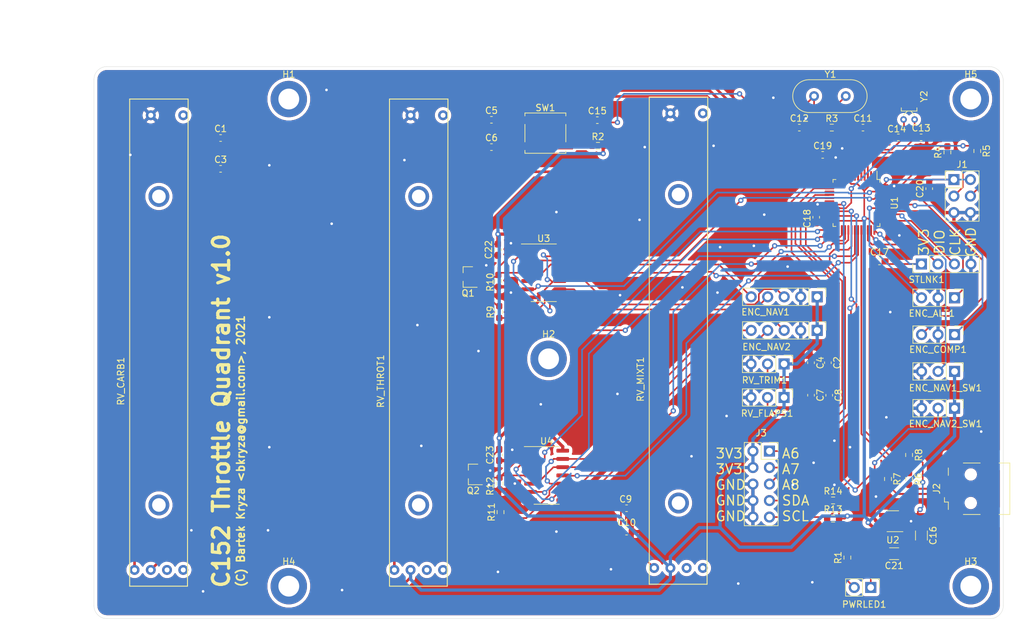
<source format=kicad_pcb>
(kicad_pcb (version 20171130) (host pcbnew 5.1.10-88a1d61d58~88~ubuntu20.04.1)
  (layers (0 F.Cu signal) (31 B.Cu signal) (34 B.Paste user) (35 F.Paste user) (36 B.SilkS user) (37 F.SilkS user) (38 B.Mask user) (39 F.Mask user) (44 Edge.Cuts user))
  (net 0 "")
  (net 1 GND)
  (net 2 /A0)
  (net 3 /A3)
  (net 4 /A1)
  (net 5 /A4)
  (net 6 /A2)
  (net 7 "Net-(C11-Pad1)")
  (net 8 "Net-(C12-Pad1)")
  (net 9 "Net-(C13-Pad1)")
  (net 10 "Net-(C14-Pad1)")
  (net 11 "Net-(C15-Pad2)")
  (net 12 +5V)
  (net 13 +3V3)
  (net 14 /B5)
  (net 15 /B4)
  (net 16 /B6)
  (net 17 /B7)
  (net 18 /B9)
  (net 19 /B8)
  (net 20 /B13)
  (net 21 /B12)
  (net 22 /B14)
  (net 23 /B15)
  (net 24 "Net-(J1-Pad3)")
  (net 25 "Net-(J1-Pad4)")
  (net 26 "Net-(J2-Pad2)")
  (net 27 "Net-(J2-Pad3)")
  (net 28 "Net-(PWRLED1-Pad2)")
  (net 29 /BOOT0)
  (net 30 /BOOT1)
  (net 31 /A12)
  (net 32 /A11)
  (net 33 /SWDIO)
  (net 34 /SWCLK)
  (net 35 "Net-(U1-Pad2)")
  (net 36 /A5)
  (net 37 /A6)
  (net 38 /A7)
  (net 39 /B0)
  (net 40 /B1)
  (net 41 /A8)
  (net 42 /A9)
  (net 43 /A10)
  (net 44 /A15)
  (net 45 /B3)
  (net 46 "Net-(Q1-Pad1)")
  (net 47 "Net-(Q1-Pad3)")
  (net 48 "Net-(Q2-Pad3)")
  (net 49 "Net-(Q2-Pad1)")
  (net 50 "Net-(ENC_NAV1-Pad5)")
  (net 51 "Net-(ENC_NAV1-Pad4)")
  (net 52 "Net-(ENC_NAV1-Pad3)")
  (net 53 "Net-(ENC_NAV2-Pad3)")
  (net 54 "Net-(ENC_NAV2-Pad4)")
  (net 55 "Net-(ENC_NAV2-Pad5)")
  (net 56 /I2C_SDA)
  (net 57 /I2C_SCL)
  (module _bk:RS6011SY (layer F.Cu) (at 190 152.2)
    (fp_text reference RV_MIXT1 (at -5.85 -29.05 90) (layer F.SilkS))
    (fp_text value R_POT)
    (pad "" thru_hole circle (at 0 -57.5) (size 3.2 3.2) (drill 2.1) (layers *.Cu *.Mask))
    (pad "" thru_hole circle (at 0 -10) (size 3.2 3.2) (drill 2.1) (layers *.Cu *.Mask))
    (pad "" thru_hole circle (at 3.75 -70) (size 1.524 1.524) (drill 0.762) (layers *.Cu *.Mask))
    (pad 3 thru_hole circle (at -1.25 -70) (size 1.524 1.524) (drill 0.762) (layers *.Cu *.Mask) (net 1 GND))
    (pad "" thru_hole circle (at 3.75 0) (size 1.524 1.524) (drill 0.762) (layers *.Cu *.Mask))
    (pad "" thru_hole circle (at 1.25 0) (size 1.524 1.524) (drill 0.762) (layers *.Cu *.Mask))
    (pad 2 thru_hole circle (at -3.75 0) (size 1.524 1.524) (drill 0.762) (layers *.Cu *.Mask) (net 6 /A2))
    (pad 1 thru_hole circle (at -1.25 0) (size 1.524 1.524) (drill 0.762) (layers *.Cu *.Mask) (net 13 +3V3))
  )
  (module _bk:RS6011SY (layer F.Cu) (at 110 152.5)
    (fp_text reference RV_CARB1 (at -5.85 -29.05 90) (layer F.SilkS))
    (fp_text value R_POT)
    (pad "" thru_hole circle (at 0 -57.5) (size 3.2 3.2) (drill 2.1) (layers *.Cu *.Mask))
    (pad "" thru_hole circle (at 0 -10) (size 3.2 3.2) (drill 2.1) (layers *.Cu *.Mask))
    (pad "" thru_hole circle (at 3.75 -70) (size 1.524 1.524) (drill 0.762) (layers *.Cu *.Mask))
    (pad 3 thru_hole circle (at -1.25 -70) (size 1.524 1.524) (drill 0.762) (layers *.Cu *.Mask) (net 1 GND))
    (pad "" thru_hole circle (at 3.75 0) (size 1.524 1.524) (drill 0.762) (layers *.Cu *.Mask))
    (pad "" thru_hole circle (at 1.25 0) (size 1.524 1.524) (drill 0.762) (layers *.Cu *.Mask))
    (pad 2 thru_hole circle (at -3.75 0) (size 1.524 1.524) (drill 0.762) (layers *.Cu *.Mask) (net 2 /A0))
    (pad 1 thru_hole circle (at -1.25 0) (size 1.524 1.524) (drill 0.762) (layers *.Cu *.Mask) (net 13 +3V3))
  )
  (module _bk:RS6011SY (layer F.Cu) (at 150 152.5)
    (fp_text reference RV_THROT1 (at -5.85 -29.05 90) (layer F.SilkS))
    (fp_text value R_POT)
    (pad "" thru_hole circle (at 0 -57.5) (size 3.2 3.2) (drill 2.1) (layers *.Cu *.Mask))
    (pad "" thru_hole circle (at 0 -10) (size 3.2 3.2) (drill 2.1) (layers *.Cu *.Mask))
    (pad "" thru_hole circle (at 3.75 -70) (size 1.524 1.524) (drill 0.762) (layers *.Cu *.Mask))
    (pad 3 thru_hole circle (at -1.25 -70) (size 1.524 1.524) (drill 0.762) (layers *.Cu *.Mask) (net 1 GND))
    (pad "" thru_hole circle (at 3.75 0) (size 1.524 1.524) (drill 0.762) (layers *.Cu *.Mask))
    (pad "" thru_hole circle (at 1.25 0) (size 1.524 1.524) (drill 0.762) (layers *.Cu *.Mask))
    (pad 2 thru_hole circle (at -3.75 0) (size 1.524 1.524) (drill 0.762) (layers *.Cu *.Mask) (net 4 /A1))
    (pad 1 thru_hole circle (at -1.25 0) (size 1.524 1.524) (drill 0.762) (layers *.Cu *.Mask) (net 13 +3V3))
  )
  (module Capacitor_SMD:C_0603_1608Metric_Pad1.08x0.95mm_HandSolder (layer F.Cu) (at 119.5 86)
    (fp_text reference C1 (at 0 -1.43) (layer F.SilkS))
    (fp_text value 470nF)
    (pad 1 smd roundrect (at -0.8625 0) (size 1.075 0.95) (layers F.Cu F.Paste F.Mask) (net 1 GND))
    (pad 2 smd roundrect (at 0.8625 0) (size 1.075 0.95) (layers F.Cu F.Paste F.Mask) (net 2 /A0))
  )
  (module Capacitor_SMD:C_0603_1608Metric_Pad1.08x0.95mm_HandSolder (layer F.Cu) (at 213 120.6 270)
    (fp_text reference C2 (at 0 -1.43 90) (layer F.SilkS))
    (fp_text value 470nF)
    (pad 1 smd roundrect (at -0.8625 0 270) (size 1.075 0.95) (layers F.Cu F.Paste F.Mask) (net 1 GND))
    (pad 2 smd roundrect (at 0.8625 0 270) (size 1.075 0.95) (layers F.Cu F.Paste F.Mask) (net 3 /A3))
  )
  (module Capacitor_SMD:C_0603_1608Metric_Pad1.08x0.95mm_HandSolder (layer F.Cu) (at 119.5 90.75)
    (fp_text reference C3 (at 0 -1.43) (layer F.SilkS))
    (fp_text value 47pF)
    (pad 1 smd roundrect (at -0.8625 0) (size 1.075 0.95) (layers F.Cu F.Paste F.Mask) (net 1 GND))
    (pad 2 smd roundrect (at 0.8625 0) (size 1.075 0.95) (layers F.Cu F.Paste F.Mask) (net 2 /A0))
  )
  (module Capacitor_SMD:C_0603_1608Metric_Pad1.08x0.95mm_HandSolder (layer F.Cu) (at 210.4 120.6 270)
    (fp_text reference C4 (at 0 -1.43 90) (layer F.SilkS))
    (fp_text value 47pF)
    (pad 2 smd roundrect (at 0.8625 0 270) (size 1.075 0.95) (layers F.Cu F.Paste F.Mask) (net 3 /A3))
    (pad 1 smd roundrect (at -0.8625 0 270) (size 1.075 0.95) (layers F.Cu F.Paste F.Mask) (net 1 GND))
  )
  (module Capacitor_SMD:C_0603_1608Metric_Pad1.08x0.95mm_HandSolder (layer F.Cu) (at 161.2 83.2)
    (fp_text reference C5 (at 0 -1.43) (layer F.SilkS))
    (fp_text value 470nF)
    (pad 1 smd roundrect (at -0.8625 0) (size 1.075 0.95) (layers F.Cu F.Paste F.Mask) (net 1 GND))
    (pad 2 smd roundrect (at 0.8625 0) (size 1.075 0.95) (layers F.Cu F.Paste F.Mask) (net 4 /A1))
  )
  (module Capacitor_SMD:C_0603_1608Metric_Pad1.08x0.95mm_HandSolder (layer F.Cu) (at 161.2 87.4)
    (fp_text reference C6 (at 0 -1.43) (layer F.SilkS))
    (fp_text value 47pF)
    (pad 2 smd roundrect (at 0.8625 0) (size 1.075 0.95) (layers F.Cu F.Paste F.Mask) (net 4 /A1))
    (pad 1 smd roundrect (at -0.8625 0) (size 1.075 0.95) (layers F.Cu F.Paste F.Mask) (net 1 GND))
  )
  (module Capacitor_SMD:C_0603_1608Metric_Pad1.08x0.95mm_HandSolder (layer F.Cu) (at 210.4 125.6 270)
    (fp_text reference C7 (at 0 -1.43 90) (layer F.SilkS))
    (fp_text value 470nF)
    (pad 1 smd roundrect (at -0.8625 0 270) (size 1.075 0.95) (layers F.Cu F.Paste F.Mask) (net 1 GND))
    (pad 2 smd roundrect (at 0.8625 0 270) (size 1.075 0.95) (layers F.Cu F.Paste F.Mask) (net 5 /A4))
  )
  (module Capacitor_SMD:C_0603_1608Metric_Pad1.08x0.95mm_HandSolder (layer F.Cu) (at 213.2 125.6 270)
    (fp_text reference C8 (at 0 -1.43 90) (layer F.SilkS))
    (fp_text value 47pF)
    (pad 2 smd roundrect (at 0.8625 0 270) (size 1.075 0.95) (layers F.Cu F.Paste F.Mask) (net 5 /A4))
    (pad 1 smd roundrect (at -0.8625 0 270) (size 1.075 0.95) (layers F.Cu F.Paste F.Mask) (net 1 GND))
  )
  (module Capacitor_SMD:C_0603_1608Metric_Pad1.08x0.95mm_HandSolder (layer F.Cu) (at 182 143 180)
    (fp_text reference C9 (at 0.1375 1.4) (layer F.SilkS))
    (fp_text value 470nF)
    (pad 1 smd roundrect (at -0.8625 0 180) (size 1.075 0.95) (layers F.Cu F.Paste F.Mask) (net 1 GND))
    (pad 2 smd roundrect (at 0.8625 0 180) (size 1.075 0.95) (layers F.Cu F.Paste F.Mask) (net 6 /A2))
  )
  (module Capacitor_SMD:C_0603_1608Metric_Pad1.08x0.95mm_HandSolder (layer F.Cu) (at 182 146.6 180)
    (fp_text reference C10 (at 0 1.4) (layer F.SilkS))
    (fp_text value 47pF)
    (pad 2 smd roundrect (at 0.8625 0 180) (size 1.075 0.95) (layers F.Cu F.Paste F.Mask) (net 6 /A2))
    (pad 1 smd roundrect (at -0.8625 0 180) (size 1.075 0.95) (layers F.Cu F.Paste F.Mask) (net 1 GND))
  )
  (module Capacitor_SMD:C_0603_1608Metric_Pad1.08x0.95mm_HandSolder (layer F.Cu) (at 218.4 84.4)
    (fp_text reference C11 (at 0 -1.43) (layer F.SilkS))
    (fp_text value 20pF)
    (pad 2 smd roundrect (at 0.8625 0) (size 1.075 0.95) (layers F.Cu F.Paste F.Mask) (net 1 GND))
    (pad 1 smd roundrect (at -0.8625 0) (size 1.075 0.95) (layers F.Cu F.Paste F.Mask) (net 7 "Net-(C11-Pad1)"))
  )
  (module Capacitor_SMD:C_0603_1608Metric_Pad1.08x0.95mm_HandSolder (layer F.Cu) (at 208.6 84.4)
    (fp_text reference C12 (at 0 -1.43) (layer F.SilkS))
    (fp_text value 20pF)
    (pad 1 smd roundrect (at -0.8625 0) (size 1.075 0.95) (layers F.Cu F.Paste F.Mask) (net 8 "Net-(C12-Pad1)"))
    (pad 2 smd roundrect (at 0.8625 0) (size 1.075 0.95) (layers F.Cu F.Paste F.Mask) (net 1 GND))
  )
  (module Capacitor_SMD:C_0603_1608Metric_Pad1.08x0.95mm_HandSolder (layer F.Cu) (at 227.35 85.9)
    (fp_text reference C13 (at 0 -1.43) (layer F.SilkS))
    (fp_text value 20pF)
    (pad 2 smd roundrect (at 0.8625 0) (size 1.075 0.95) (layers F.Cu F.Paste F.Mask) (net 1 GND))
    (pad 1 smd roundrect (at -0.8625 0) (size 1.075 0.95) (layers F.Cu F.Paste F.Mask) (net 9 "Net-(C13-Pad1)"))
  )
  (module Capacitor_SMD:C_0603_1608Metric_Pad1.08x0.95mm_HandSolder (layer F.Cu) (at 223.85 85.9 180)
    (fp_text reference C14 (at 0.25 1.3) (layer F.SilkS))
    (fp_text value 20pF)
    (pad 1 smd roundrect (at -0.8625 0 180) (size 1.075 0.95) (layers F.Cu F.Paste F.Mask) (net 10 "Net-(C14-Pad1)"))
    (pad 2 smd roundrect (at 0.8625 0 180) (size 1.075 0.95) (layers F.Cu F.Paste F.Mask) (net 1 GND))
  )
  (module Capacitor_SMD:C_0603_1608Metric_Pad1.08x0.95mm_HandSolder (layer F.Cu) (at 177.5 83.25)
    (fp_text reference C15 (at 0 -1.43) (layer F.SilkS))
    (fp_text value 100nF)
    (pad 2 smd roundrect (at 0.8625 0) (size 1.075 0.95) (layers F.Cu F.Paste F.Mask) (net 11 "Net-(C15-Pad2)"))
    (pad 1 smd roundrect (at -0.8625 0) (size 1.075 0.95) (layers F.Cu F.Paste F.Mask) (net 1 GND))
  )
  (module Capacitor_SMD:C_0603_1608Metric_Pad1.08x0.95mm_HandSolder (layer F.Cu) (at 220.9375 105)
    (fp_text reference C17 (at 0 -1.43) (layer F.SilkS))
    (fp_text value 100nF)
    (pad 2 smd roundrect (at 0.8625 0) (size 1.075 0.95) (layers F.Cu F.Paste F.Mask) (net 13 +3V3))
    (pad 1 smd roundrect (at -0.8625 0) (size 1.075 0.95) (layers F.Cu F.Paste F.Mask) (net 1 GND))
  )
  (module Capacitor_SMD:C_0603_1608Metric_Pad1.08x0.95mm_HandSolder (layer F.Cu) (at 211.2 98.2 270)
    (fp_text reference C18 (at 0.2 1.4 90) (layer F.SilkS))
    (fp_text value 100nF)
    (pad 1 smd roundrect (at -0.8625 0 270) (size 1.075 0.95) (layers F.Cu F.Paste F.Mask) (net 1 GND))
    (pad 2 smd roundrect (at 0.8625 0 270) (size 1.075 0.95) (layers F.Cu F.Paste F.Mask) (net 13 +3V3))
  )
  (module Capacitor_SMD:C_0603_1608Metric_Pad1.08x0.95mm_HandSolder (layer F.Cu) (at 212.2 88.6 180)
    (fp_text reference C19 (at 0 1.4) (layer F.SilkS))
    (fp_text value 100nF)
    (pad 2 smd roundrect (at 0.8625 0 180) (size 1.075 0.95) (layers F.Cu F.Paste F.Mask) (net 13 +3V3))
    (pad 1 smd roundrect (at -0.8625 0 180) (size 1.075 0.95) (layers F.Cu F.Paste F.Mask) (net 1 GND))
  )
  (module Capacitor_SMD:C_0603_1608Metric_Pad1.08x0.95mm_HandSolder (layer F.Cu) (at 228.6 93.8 90)
    (fp_text reference C20 (at 0 -1.43 90) (layer F.SilkS))
    (fp_text value 100nF)
    (pad 1 smd roundrect (at -0.8625 0 90) (size 1.075 0.95) (layers F.Cu F.Paste F.Mask) (net 1 GND))
    (pad 2 smd roundrect (at 0.8625 0 90) (size 1.075 0.95) (layers F.Cu F.Paste F.Mask) (net 13 +3V3))
  )
  (module Connector_PinHeader_2.54mm:PinHeader_1x03_P2.54mm_Vertical (layer F.Cu) (at 232.5 110.6 270)
    (fp_text reference ENC_ALT1 (at 2.4 3.5) (layer F.SilkS))
    (fp_text value Conn_01x03)
    (pad 3 thru_hole oval (at 0 5.08 270) (size 1.7 1.7) (drill 1) (layers *.Cu *.Mask) (net 14 /B5))
    (pad 2 thru_hole oval (at 0 2.54 270) (size 1.7 1.7) (drill 1) (layers *.Cu *.Mask) (net 1 GND))
    (pad 1 thru_hole rect (at 0 0 270) (size 1.7 1.7) (drill 1) (layers *.Cu *.Mask) (net 15 /B4))
  )
  (module Connector_PinHeader_2.54mm:PinHeader_1x03_P2.54mm_Vertical (layer F.Cu) (at 232.5 116.266666 270)
    (fp_text reference ENC_COMP1 (at 2.3 2.55 180) (layer F.SilkS))
    (fp_text value Conn_01x03)
    (pad 1 thru_hole rect (at 0 0 270) (size 1.7 1.7) (drill 1) (layers *.Cu *.Mask) (net 16 /B6))
    (pad 2 thru_hole oval (at 0 2.54 270) (size 1.7 1.7) (drill 1) (layers *.Cu *.Mask) (net 1 GND))
    (pad 3 thru_hole oval (at 0 5.08 270) (size 1.7 1.7) (drill 1) (layers *.Cu *.Mask) (net 17 /B7))
  )
  (module Connector_PinHeader_2.54mm:PinHeader_1x03_P2.54mm_Vertical (layer F.Cu) (at 232.5 121.933332 270)
    (fp_text reference ENC_NAV1_SW1 (at 2.55 1.4 180) (layer F.SilkS))
    (fp_text value Conn_01x03)
    (pad 3 thru_hole oval (at 0 5.08 270) (size 1.7 1.7) (drill 1) (layers *.Cu *.Mask) (net 1 GND))
    (pad 2 thru_hole oval (at 0 2.54 270) (size 1.7 1.7) (drill 1) (layers *.Cu *.Mask) (net 45 /B3))
    (pad 1 thru_hole rect (at 0 0 270) (size 1.7 1.7) (drill 1) (layers *.Cu *.Mask) (net 13 +3V3))
  )
  (module Connector_PinHeader_2.54mm:PinHeader_1x03_P2.54mm_Vertical (layer F.Cu) (at 232.5 127.6 270)
    (fp_text reference ENC_NAV2_SW1 (at 2.4 1.4) (layer F.SilkS))
    (fp_text value Conn_01x03)
    (pad 1 thru_hole rect (at 0 0 270) (size 1.7 1.7) (drill 1) (layers *.Cu *.Mask) (net 13 +3V3))
    (pad 2 thru_hole oval (at 0 2.54 270) (size 1.7 1.7) (drill 1) (layers *.Cu *.Mask) (net 40 /B1))
    (pad 3 thru_hole oval (at 0 5.08 270) (size 1.7 1.7) (drill 1) (layers *.Cu *.Mask) (net 1 GND))
  )
  (module Connector_PinHeader_2.54mm:PinHeader_2x03_P2.54mm_Vertical (layer F.Cu) (at 232.4 92.4)
    (fp_text reference J1 (at 1.27 -2.33) (layer F.SilkS))
    (fp_text value Conn_02x03_Odd_Even)
    (pad 1 thru_hole rect (at 0 0) (size 1.7 1.7) (drill 1) (layers *.Cu *.Mask) (net 13 +3V3))
    (pad 2 thru_hole oval (at 2.54 0) (size 1.7 1.7) (drill 1) (layers *.Cu *.Mask) (net 13 +3V3))
    (pad 3 thru_hole oval (at 0 2.54) (size 1.7 1.7) (drill 1) (layers *.Cu *.Mask) (net 24 "Net-(J1-Pad3)"))
    (pad 4 thru_hole oval (at 2.54 2.54) (size 1.7 1.7) (drill 1) (layers *.Cu *.Mask) (net 25 "Net-(J1-Pad4)"))
    (pad 5 thru_hole oval (at 0 5.08) (size 1.7 1.7) (drill 1) (layers *.Cu *.Mask) (net 1 GND))
    (pad 6 thru_hole oval (at 2.54 5.08) (size 1.7 1.7) (drill 1) (layers *.Cu *.Mask) (net 1 GND))
  )
  (module Connector_USB:USB_Mini-B_Wuerth_65100516121_Horizontal (layer F.Cu) (at 235 140 90)
    (fp_text reference J2 (at 0 -5.25 90) (layer F.SilkS))
    (fp_text value USB_B_Micro)
    (pad 6 smd rect (at -4.4 2.9 90) (size 2 2.5) (layers F.Cu F.Paste F.Mask) (net 1 GND))
    (pad 6 smd rect (at 4.4 2.9 90) (size 2 2.5) (layers F.Cu F.Paste F.Mask) (net 1 GND))
    (pad 6 smd rect (at -4.4 -2.6 90) (size 2 2.5) (layers F.Cu F.Paste F.Mask) (net 1 GND))
    (pad 6 smd rect (at 4.4 -2.6 90) (size 2 2.5) (layers F.Cu F.Paste F.Mask) (net 1 GND))
    (pad 1 smd rect (at -1.6 -2.6 90) (size 0.5 2.5) (layers F.Cu F.Paste F.Mask) (net 12 +5V))
    (pad 2 smd rect (at -0.8 -2.6 90) (size 0.5 2.5) (layers F.Cu F.Paste F.Mask) (net 26 "Net-(J2-Pad2)"))
    (pad 3 smd rect (at 0 -2.6 90) (size 0.5 2.5) (layers F.Cu F.Paste F.Mask) (net 27 "Net-(J2-Pad3)"))
    (pad 4 smd rect (at 0.8 -2.6 90) (size 0.5 2.5) (layers F.Cu F.Paste F.Mask) (net 1 GND))
    (pad 5 smd rect (at 1.6 -2.6 90) (size 0.5 2.5) (layers F.Cu F.Paste F.Mask) (net 1 GND))
    (pad "" np_thru_hole circle (at -2.2 0 90) (size 0.9 0.9) (drill 0.9) (layers *.Cu *.Mask))
    (pad "" np_thru_hole circle (at 2.2 0 90) (size 0.9 0.9) (drill 0.9) (layers *.Cu *.Mask))
  )
  (module Connector_PinHeader_2.54mm:PinHeader_1x02_P2.54mm_Vertical (layer F.Cu) (at 219.6 155.2 270)
    (fp_text reference PWRLED1 (at 2.6 1 180) (layer F.SilkS))
    (fp_text value Conn_01x02)
    (pad 1 thru_hole rect (at 0 0 270) (size 1.7 1.7) (drill 1) (layers *.Cu *.Mask) (net 13 +3V3))
    (pad 2 thru_hole oval (at 0 2.54 270) (size 1.7 1.7) (drill 1) (layers *.Cu *.Mask) (net 28 "Net-(PWRLED1-Pad2)"))
  )
  (module Resistor_SMD:R_0603_1608Metric_Pad0.98x0.95mm_HandSolder (layer F.Cu) (at 216 150.6 90)
    (fp_text reference R1 (at 0 -1.43 90) (layer F.SilkS))
    (fp_text value 510R)
    (pad 2 smd roundrect (at 0.9125 0 90) (size 0.975 0.95) (layers F.Cu F.Paste F.Mask) (net 1 GND))
    (pad 1 smd roundrect (at -0.9125 0 90) (size 0.975 0.95) (layers F.Cu F.Paste F.Mask) (net 28 "Net-(PWRLED1-Pad2)"))
  )
  (module Resistor_SMD:R_0603_1608Metric_Pad0.98x0.95mm_HandSolder (layer F.Cu) (at 177.6 87.2 180)
    (fp_text reference R2 (at 0 1.4) (layer F.SilkS))
    (fp_text value 10K)
    (pad 1 smd roundrect (at -0.9125 0 180) (size 0.975 0.95) (layers F.Cu F.Paste F.Mask) (net 13 +3V3))
    (pad 2 smd roundrect (at 0.9125 0 180) (size 0.975 0.95) (layers F.Cu F.Paste F.Mask) (net 11 "Net-(C15-Pad2)"))
  )
  (module Resistor_SMD:R_0603_1608Metric_Pad0.98x0.95mm_HandSolder (layer F.Cu) (at 213.6 84.4 180)
    (fp_text reference R3 (at 0 1.4) (layer F.SilkS))
    (fp_text value 1M)
    (pad 2 smd roundrect (at 0.9125 0 180) (size 0.975 0.95) (layers F.Cu F.Paste F.Mask) (net 8 "Net-(C12-Pad1)"))
    (pad 1 smd roundrect (at -0.9125 0 180) (size 0.975 0.95) (layers F.Cu F.Paste F.Mask) (net 7 "Net-(C11-Pad1)"))
  )
  (module Resistor_SMD:R_0603_1608Metric_Pad0.98x0.95mm_HandSolder (layer F.Cu) (at 231.4 88.2 90)
    (fp_text reference R4 (at 0 -1.43 90) (layer F.SilkS))
    (fp_text value 100K)
    (pad 2 smd roundrect (at 0.9125 0 90) (size 0.975 0.95) (layers F.Cu F.Paste F.Mask) (net 29 /BOOT0))
    (pad 1 smd roundrect (at -0.9125 0 90) (size 0.975 0.95) (layers F.Cu F.Paste F.Mask) (net 24 "Net-(J1-Pad3)"))
  )
  (module Resistor_SMD:R_0603_1608Metric_Pad0.98x0.95mm_HandSolder (layer F.Cu) (at 236 88 270)
    (fp_text reference R5 (at 0 -1.43 90) (layer F.SilkS))
    (fp_text value 100K)
    (pad 1 smd roundrect (at -0.9125 0 270) (size 0.975 0.95) (layers F.Cu F.Paste F.Mask) (net 30 /BOOT1))
    (pad 2 smd roundrect (at 0.9125 0 270) (size 0.975 0.95) (layers F.Cu F.Paste F.Mask) (net 25 "Net-(J1-Pad4)"))
  )
  (module Resistor_SMD:R_0603_1608Metric_Pad0.98x0.95mm_HandSolder (layer F.Cu) (at 225.5 138.5 270)
    (fp_text reference R6 (at 0 -1.43 90) (layer F.SilkS))
    (fp_text value 22R)
    (pad 2 smd roundrect (at 0.9125 0 270) (size 0.975 0.95) (layers F.Cu F.Paste F.Mask) (net 27 "Net-(J2-Pad3)"))
    (pad 1 smd roundrect (at -0.9125 0 270) (size 0.975 0.95) (layers F.Cu F.Paste F.Mask) (net 31 /A12))
  )
  (module Resistor_SMD:R_0603_1608Metric_Pad0.98x0.95mm_HandSolder (layer F.Cu) (at 222.25 138.5 270)
    (fp_text reference R7 (at 0 -1.43 90) (layer F.SilkS))
    (fp_text value 22R)
    (pad 1 smd roundrect (at -0.9125 0 270) (size 0.975 0.95) (layers F.Cu F.Paste F.Mask) (net 32 /A11))
    (pad 2 smd roundrect (at 0.9125 0 270) (size 0.975 0.95) (layers F.Cu F.Paste F.Mask) (net 26 "Net-(J2-Pad2)"))
  )
  (module Resistor_SMD:R_0603_1608Metric_Pad0.98x0.95mm_HandSolder (layer F.Cu) (at 225.5 134.8 90)
    (fp_text reference R8 (at 0 1.5 90) (layer F.SilkS))
    (fp_text value 4K7)
    (pad 1 smd roundrect (at -0.9125 0 90) (size 0.975 0.95) (layers F.Cu F.Paste F.Mask) (net 31 /A12))
    (pad 2 smd roundrect (at 0.9125 0 90) (size 0.975 0.95) (layers F.Cu F.Paste F.Mask) (net 12 +5V))
  )
  (module Connector_PinHeader_2.54mm:PinHeader_1x03_P2.54mm_Vertical (layer F.Cu) (at 206.25 125.95 270)
    (fp_text reference RV_FLAPS1 (at 2.45 2.6 180) (layer F.SilkS))
    (fp_text value R_POT)
    (pad 3 thru_hole oval (at 0 5.08 270) (size 1.7 1.7) (drill 1) (layers *.Cu *.Mask) (net 1 GND))
    (pad 2 thru_hole oval (at 0 2.54 270) (size 1.7 1.7) (drill 1) (layers *.Cu *.Mask) (net 5 /A4))
    (pad 1 thru_hole rect (at 0 0 270) (size 1.7 1.7) (drill 1) (layers *.Cu *.Mask) (net 13 +3V3))
  )
  (module Connector_PinHeader_2.54mm:PinHeader_1x03_P2.54mm_Vertical (layer F.Cu) (at 206.25 120.783332 270)
    (fp_text reference RV_TRIM1 (at 2.5 3 180) (layer F.SilkS))
    (fp_text value R_POT)
    (pad 1 thru_hole rect (at 0 0 270) (size 1.7 1.7) (drill 1) (layers *.Cu *.Mask) (net 13 +3V3))
    (pad 2 thru_hole oval (at 0 2.54 270) (size 1.7 1.7) (drill 1) (layers *.Cu *.Mask) (net 3 /A3))
    (pad 3 thru_hole oval (at 0 5.08 270) (size 1.7 1.7) (drill 1) (layers *.Cu *.Mask) (net 1 GND))
  )
  (module Connector_PinHeader_2.54mm:PinHeader_1x04_P2.54mm_Vertical (layer F.Cu) (at 227.4 105.4 90)
    (fp_text reference STLNK1 (at -2.4 0.8 180) (layer F.SilkS))
    (fp_text value Conn_01x04)
    (pad 1 thru_hole rect (at 0 0 90) (size 1.7 1.7) (drill 1) (layers *.Cu *.Mask) (net 13 +3V3))
    (pad 2 thru_hole oval (at 0 2.54 90) (size 1.7 1.7) (drill 1) (layers *.Cu *.Mask) (net 33 /SWDIO))
    (pad 3 thru_hole oval (at 0 5.08 90) (size 1.7 1.7) (drill 1) (layers *.Cu *.Mask) (net 34 /SWCLK))
    (pad 4 thru_hole oval (at 0 7.62 90) (size 1.7 1.7) (drill 1) (layers *.Cu *.Mask) (net 1 GND))
  )
  (module Button_Switch_SMD:SW_SPST_EVPBF (layer F.Cu) (at 169.5 85.25)
    (fp_text reference SW1 (at 0 -3.9) (layer F.SilkS))
    (fp_text value SW_Push)
    (pad 1 smd rect (at 2.88 -2) (size 2.75 1) (layers F.Cu F.Paste F.Mask) (net 1 GND))
    (pad 1 smd rect (at -2.88 -2) (size 2.75 1) (layers F.Cu F.Paste F.Mask) (net 1 GND))
    (pad 2 smd rect (at -2.88 2) (size 2.75 1) (layers F.Cu F.Paste F.Mask) (net 11 "Net-(C15-Pad2)"))
    (pad 2 smd rect (at 2.88 2) (size 2.75 1) (layers F.Cu F.Paste F.Mask) (net 11 "Net-(C15-Pad2)"))
  )
  (module Package_QFP:LQFP-48_7x7mm_P0.5mm (layer F.Cu) (at 217.4 96 270)
    (fp_text reference U1 (at 0 -5.85 90) (layer F.SilkS))
    (fp_text value STM32F103C8Tx)
    (pad 1 smd roundrect (at -4.1625 -2.75 270) (size 1.475 0.3) (layers F.Cu F.Paste F.Mask) (net 13 +3V3))
    (pad 2 smd roundrect (at -4.1625 -2.25 270) (size 1.475 0.3) (layers F.Cu F.Paste F.Mask) (net 35 "Net-(U1-Pad2)"))
    (pad 3 smd roundrect (at -4.1625 -1.75 270) (size 1.475 0.3) (layers F.Cu F.Paste F.Mask) (net 9 "Net-(C13-Pad1)"))
    (pad 4 smd roundrect (at -4.1625 -1.25 270) (size 1.475 0.3) (layers F.Cu F.Paste F.Mask) (net 10 "Net-(C14-Pad1)"))
    (pad 5 smd roundrect (at -4.1625 -0.75 270) (size 1.475 0.3) (layers F.Cu F.Paste F.Mask) (net 7 "Net-(C11-Pad1)"))
    (pad 6 smd roundrect (at -4.1625 -0.25 270) (size 1.475 0.3) (layers F.Cu F.Paste F.Mask) (net 8 "Net-(C12-Pad1)"))
    (pad 7 smd roundrect (at -4.1625 0.25 270) (size 1.475 0.3) (layers F.Cu F.Paste F.Mask) (net 11 "Net-(C15-Pad2)"))
    (pad 8 smd roundrect (at -4.1625 0.75 270) (size 1.475 0.3) (layers F.Cu F.Paste F.Mask) (net 1 GND))
    (pad 9 smd roundrect (at -4.1625 1.25 270) (size 1.475 0.3) (layers F.Cu F.Paste F.Mask) (net 13 +3V3))
    (pad 10 smd roundrect (at -4.1625 1.75 270) (size 1.475 0.3) (layers F.Cu F.Paste F.Mask) (net 2 /A0))
    (pad 11 smd roundrect (at -4.1625 2.25 270) (size 1.475 0.3) (layers F.Cu F.Paste F.Mask) (net 4 /A1))
    (pad 12 smd roundrect (at -4.1625 2.75 270) (size 1.475 0.3) (layers F.Cu F.Paste F.Mask) (net 6 /A2))
    (pad 13 smd roundrect (at -2.75 4.1625 270) (size 0.3 1.475) (layers F.Cu F.Paste F.Mask) (net 3 /A3))
    (pad 14 smd roundrect (at -2.25 4.1625 270) (size 0.3 1.475) (layers F.Cu F.Paste F.Mask) (net 5 /A4))
    (pad 15 smd roundrect (at -1.75 4.1625 270) (size 0.3 1.475) (layers F.Cu F.Paste F.Mask) (net 36 /A5))
    (pad 16 smd roundrect (at -1.25 4.1625 270) (size 0.3 1.475) (layers F.Cu F.Paste F.Mask) (net 37 /A6))
    (pad 17 smd roundrect (at -0.75 4.1625 270) (size 0.3 1.475) (layers F.Cu F.Paste F.Mask) (net 38 /A7))
    (pad 18 smd roundrect (at -0.25 4.1625 270) (size 0.3 1.475) (layers F.Cu F.Paste F.Mask) (net 39 /B0))
    (pad 19 smd roundrect (at 0.25 4.1625 270) (size 0.3 1.475) (layers F.Cu F.Paste F.Mask) (net 40 /B1))
    (pad 20 smd roundrect (at 0.75 4.1625 270) (size 0.3 1.475) (layers F.Cu F.Paste F.Mask) (net 30 /BOOT1))
    (pad 21 smd roundrect (at 1.25 4.1625 270) (size 0.3 1.475) (layers F.Cu F.Paste F.Mask) (net 57 /I2C_SCL))
    (pad 22 smd roundrect (at 1.75 4.1625 270) (size 0.3 1.475) (layers F.Cu F.Paste F.Mask) (net 56 /I2C_SDA))
    (pad 23 smd roundrect (at 2.25 4.1625 270) (size 0.3 1.475) (layers F.Cu F.Paste F.Mask) (net 1 GND))
    (pad 24 smd roundrect (at 2.75 4.1625 270) (size 0.3 1.475) (layers F.Cu F.Paste F.Mask) (net 13 +3V3))
    (pad 25 smd roundrect (at 4.1625 2.75 270) (size 1.475 0.3) (layers F.Cu F.Paste F.Mask) (net 21 /B12))
    (pad 26 smd roundrect (at 4.1625 2.25 270) (size 1.475 0.3) (layers F.Cu F.Paste F.Mask) (net 20 /B13))
    (pad 27 smd roundrect (at 4.1625 1.75 270) (size 1.475 0.3) (layers F.Cu F.Paste F.Mask) (net 22 /B14))
    (pad 28 smd roundrect (at 4.1625 1.25 270) (size 1.475 0.3) (layers F.Cu F.Paste F.Mask) (net 23 /B15))
    (pad 29 smd roundrect (at 4.1625 0.75 270) (size 1.475 0.3) (layers F.Cu F.Paste F.Mask) (net 41 /A8))
    (pad 30 smd roundrect (at 4.1625 0.25 270) (size 1.475 0.3) (layers F.Cu F.Paste F.Mask) (net 42 /A9))
    (pad 31 smd roundrect (at 4.1625 -0.25 270) (size 1.475 0.3) (layers F.Cu F.Paste F.Mask) (net 43 /A10))
    (pad 32 smd roundrect (at 4.1625 -0.75 270) (size 1.475 0.3) (layers F.Cu F.Paste F.Mask) (net 32 /A11))
    (pad 33 smd roundrect (at 4.1625 -1.25 270) (size 1.475 0.3) (layers F.Cu F.Paste F.Mask) (net 31 /A12))
    (pad 34 smd roundrect (at 4.1625 -1.75 270) (size 1.475 0.3) (layers F.Cu F.Paste F.Mask) (net 33 /SWDIO))
    (pad 35 smd roundrect (at 4.1625 -2.25 270) (size 1.475 0.3) (layers F.Cu F.Paste F.Mask) (net 1 GND))
    (pad 36 smd roundrect (at 4.1625 -2.75 270) (size 1.475 0.3) (layers F.Cu F.Paste F.Mask) (net 13 +3V3))
    (pad 37 smd roundrect (at 2.75 -4.1625 270) (size 0.3 1.475) (layers F.Cu F.Paste F.Mask) (net 34 /SWCLK))
    (pad 38 smd roundrect (at 2.25 -4.1625 270) (size 0.3 1.475) (layers F.Cu F.Paste F.Mask) (net 44 /A15))
    (pad 39 smd roundrect (at 1.75 -4.1625 270) (size 0.3 1.475) (layers F.Cu F.Paste F.Mask) (net 45 /B3))
    (pad 40 smd roundrect (at 1.25 -4.1625 270) (size 0.3 1.475) (layers F.Cu F.Paste F.Mask) (net 15 /B4))
    (pad 41 smd roundrect (at 0.75 -4.1625 270) (size 0.3 1.475) (layers F.Cu F.Paste F.Mask) (net 14 /B5))
    (pad 42 smd roundrect (at 0.25 -4.1625 270) (size 0.3 1.475) (layers F.Cu F.Paste F.Mask) (net 16 /B6))
    (pad 43 smd roundrect (at -0.25 -4.1625 270) (size 0.3 1.475) (layers F.Cu F.Paste F.Mask) (net 17 /B7))
    (pad 44 smd roundrect (at -0.75 -4.1625 270) (size 0.3 1.475) (layers F.Cu F.Paste F.Mask) (net 29 /BOOT0))
    (pad 45 smd roundrect (at -1.25 -4.1625 270) (size 0.3 1.475) (layers F.Cu F.Paste F.Mask) (net 19 /B8))
    (pad 46 smd roundrect (at -1.75 -4.1625 270) (size 0.3 1.475) (layers F.Cu F.Paste F.Mask) (net 18 /B9))
    (pad 47 smd roundrect (at -2.25 -4.1625 270) (size 0.3 1.475) (layers F.Cu F.Paste F.Mask) (net 1 GND))
    (pad 48 smd roundrect (at -2.75 -4.1625 270) (size 0.3 1.475) (layers F.Cu F.Paste F.Mask) (net 13 +3V3))
  )
  (module Package_TO_SOT_SMD:SOT-23-5_HandSoldering (layer F.Cu) (at 223 145 180)
    (fp_text reference U2 (at 0 -2.9) (layer F.SilkS))
    (fp_text value MIC5504)
    (pad 1 smd rect (at -1.35 -0.95 180) (size 1.56 0.65) (layers F.Cu F.Paste F.Mask) (net 12 +5V))
    (pad 2 smd rect (at -1.35 0 180) (size 1.56 0.65) (layers F.Cu F.Paste F.Mask) (net 1 GND))
    (pad 3 smd rect (at -1.35 0.95 180) (size 1.56 0.65) (layers F.Cu F.Paste F.Mask) (net 12 +5V))
    (pad 4 smd rect (at 1.35 0.95 180) (size 1.56 0.65) (layers F.Cu F.Paste F.Mask))
    (pad 5 smd rect (at 1.35 -0.95 180) (size 1.56 0.65) (layers F.Cu F.Paste F.Mask) (net 13 +3V3))
  )
  (module Crystal:Crystal_HC49-4H_Vertical (layer F.Cu) (at 215.75 79.55 180)
    (fp_text reference Y1 (at 2.35 3.35) (layer F.SilkS))
    (fp_text value 8MHz)
    (pad 1 thru_hole circle (at 0 0 180) (size 1.5 1.5) (drill 0.8) (layers *.Cu *.Mask) (net 7 "Net-(C11-Pad1)"))
    (pad 2 thru_hole circle (at 4.88 0 180) (size 1.5 1.5) (drill 0.8) (layers *.Cu *.Mask) (net 8 "Net-(C12-Pad1)"))
  )
  (module Crystal:Crystal_DS15_D1.5mm_L5.0mm_Horizontal_1EP_style1 (layer F.Cu) (at 226.35 83.15 180)
    (fp_text reference Y2 (at -1.45 3.55 90) (layer F.SilkS))
    (fp_text value 32KhZ)
    (pad 1 thru_hole circle (at 0 0 180) (size 1 1) (drill 0.5) (layers *.Cu *.Mask) (net 9 "Net-(C13-Pad1)"))
    (pad 2 thru_hole circle (at 1.7 0 180) (size 1 1) (drill 0.5) (layers *.Cu *.Mask) (net 10 "Net-(C14-Pad1)"))
    (pad 3 smd rect (at 0.85 4.5 180) (size 2 5) (layers F.Cu F.Paste F.Mask))
  )
  (module Capacitor_SMD:C_0603_1608Metric_Pad1.08x0.95mm_HandSolder (layer F.Cu) (at 162.2 103.2 90)
    (fp_text reference C22 (at 0 -1.43 90) (layer F.SilkS))
    (fp_text value 100nF)
    (pad 1 smd roundrect (at -0.8625 0 90) (size 1.075 0.95) (layers F.Cu F.Paste F.Mask) (net 1 GND))
    (pad 2 smd roundrect (at 0.8625 0 90) (size 1.075 0.95) (layers F.Cu F.Paste F.Mask) (net 13 +3V3))
  )
  (module Capacitor_SMD:C_0603_1608Metric_Pad1.08x0.95mm_HandSolder (layer F.Cu) (at 162.4 134.8 90)
    (fp_text reference C23 (at 0 -1.43 90) (layer F.SilkS))
    (fp_text value 100nF)
    (pad 2 smd roundrect (at 0.8625 0 90) (size 1.075 0.95) (layers F.Cu F.Paste F.Mask) (net 13 +3V3))
    (pad 1 smd roundrect (at -0.8625 0 90) (size 1.075 0.95) (layers F.Cu F.Paste F.Mask) (net 1 GND))
  )
  (module Connector_PinHeader_2.54mm:PinHeader_1x05_P2.54mm_Vertical (layer F.Cu) (at 211.35 110.45 270)
    (fp_text reference ENC_NAV1 (at 2.35 7.95 180) (layer F.SilkS))
    (fp_text value Conn_01x05)
    (pad 5 thru_hole oval (at 0 10.16 270) (size 1.7 1.7) (drill 1) (layers *.Cu *.Mask) (net 50 "Net-(ENC_NAV1-Pad5)"))
    (pad 4 thru_hole oval (at 0 7.62 270) (size 1.7 1.7) (drill 1) (layers *.Cu *.Mask) (net 51 "Net-(ENC_NAV1-Pad4)"))
    (pad 3 thru_hole oval (at 0 5.08 270) (size 1.7 1.7) (drill 1) (layers *.Cu *.Mask) (net 52 "Net-(ENC_NAV1-Pad3)"))
    (pad 2 thru_hole oval (at 0 2.54 270) (size 1.7 1.7) (drill 1) (layers *.Cu *.Mask) (net 1 GND))
    (pad 1 thru_hole rect (at 0 0 270) (size 1.7 1.7) (drill 1) (layers *.Cu *.Mask) (net 13 +3V3))
  )
  (module Connector_PinHeader_2.54mm:PinHeader_1x05_P2.54mm_Vertical (layer F.Cu) (at 211.35 115.616666 270)
    (fp_text reference ENC_NAV2 (at 2.55 7.79 180) (layer F.SilkS))
    (fp_text value Conn_01x05)
    (pad 1 thru_hole rect (at 0 0 270) (size 1.7 1.7) (drill 1) (layers *.Cu *.Mask) (net 13 +3V3))
    (pad 2 thru_hole oval (at 0 2.54 270) (size 1.7 1.7) (drill 1) (layers *.Cu *.Mask) (net 1 GND))
    (pad 3 thru_hole oval (at 0 5.08 270) (size 1.7 1.7) (drill 1) (layers *.Cu *.Mask) (net 53 "Net-(ENC_NAV2-Pad3)"))
    (pad 4 thru_hole oval (at 0 7.62 270) (size 1.7 1.7) (drill 1) (layers *.Cu *.Mask) (net 54 "Net-(ENC_NAV2-Pad4)"))
    (pad 5 thru_hole oval (at 0 10.16 270) (size 1.7 1.7) (drill 1) (layers *.Cu *.Mask) (net 55 "Net-(ENC_NAV2-Pad5)"))
  )
  (module Package_TO_SOT_SMD:SOT-23 (layer F.Cu) (at 157.6 107.4 180)
    (fp_text reference Q1 (at 0 -2.5) (layer F.SilkS))
    (fp_text value BC807)
    (pad 1 smd rect (at -1 -0.95 180) (size 0.9 0.8) (layers F.Cu F.Paste F.Mask) (net 46 "Net-(Q1-Pad1)"))
    (pad 2 smd rect (at -1 0.95 180) (size 0.9 0.8) (layers F.Cu F.Paste F.Mask) (net 13 +3V3))
    (pad 3 smd rect (at 1 0 180) (size 0.9 0.8) (layers F.Cu F.Paste F.Mask) (net 47 "Net-(Q1-Pad3)"))
  )
  (module Package_TO_SOT_SMD:SOT-23 (layer F.Cu) (at 158.4 137.8 180)
    (fp_text reference Q2 (at 0 -2.5) (layer F.SilkS))
    (fp_text value BC807)
    (pad 3 smd rect (at 1 0 180) (size 0.9 0.8) (layers F.Cu F.Paste F.Mask) (net 48 "Net-(Q2-Pad3)"))
    (pad 2 smd rect (at -1 0.95 180) (size 0.9 0.8) (layers F.Cu F.Paste F.Mask) (net 13 +3V3))
    (pad 1 smd rect (at -1 -0.95 180) (size 0.9 0.8) (layers F.Cu F.Paste F.Mask) (net 49 "Net-(Q2-Pad1)"))
  )
  (module Resistor_SMD:R_0603_1608Metric_Pad0.98x0.95mm_HandSolder (layer F.Cu) (at 162.4 112.8 270)
    (fp_text reference R9 (at 0 1.35 90) (layer F.SilkS))
    (fp_text value 510R)
    (pad 2 smd roundrect (at 0.9125 0 270) (size 0.975 0.95) (layers F.Cu F.Paste F.Mask) (net 52 "Net-(ENC_NAV1-Pad3)"))
    (pad 1 smd roundrect (at -0.9125 0 270) (size 0.975 0.95) (layers F.Cu F.Paste F.Mask) (net 46 "Net-(Q1-Pad1)"))
  )
  (module Resistor_SMD:R_0603_1608Metric_Pad0.98x0.95mm_HandSolder (layer F.Cu) (at 162.25 108 270)
    (fp_text reference R10 (at 0.2 1.25 90) (layer F.SilkS))
    (fp_text value 4K7)
    (pad 1 smd roundrect (at -0.9125 0 270) (size 0.975 0.95) (layers F.Cu F.Paste F.Mask) (net 47 "Net-(Q1-Pad3)"))
    (pad 2 smd roundrect (at 0.9125 0 270) (size 0.975 0.95) (layers F.Cu F.Paste F.Mask) (net 1 GND))
  )
  (module Resistor_SMD:R_0603_1608Metric_Pad0.98x0.95mm_HandSolder (layer F.Cu) (at 162.6 143.6 270)
    (fp_text reference R11 (at 0 1.4 90) (layer F.SilkS))
    (fp_text value 510R)
    (pad 2 smd roundrect (at 0.9125 0 270) (size 0.975 0.95) (layers F.Cu F.Paste F.Mask) (net 53 "Net-(ENC_NAV2-Pad3)"))
    (pad 1 smd roundrect (at -0.9125 0 270) (size 0.975 0.95) (layers F.Cu F.Paste F.Mask) (net 49 "Net-(Q2-Pad1)"))
  )
  (module Resistor_SMD:R_0603_1608Metric_Pad0.98x0.95mm_HandSolder (layer F.Cu) (at 162.45 139.2 270)
    (fp_text reference R12 (at 0.4 1.45 90) (layer F.SilkS))
    (fp_text value 4K7)
    (pad 1 smd roundrect (at -0.9125 0 270) (size 0.975 0.95) (layers F.Cu F.Paste F.Mask) (net 48 "Net-(Q2-Pad3)"))
    (pad 2 smd roundrect (at 0.9125 0 270) (size 0.975 0.95) (layers F.Cu F.Paste F.Mask) (net 1 GND))
  )
  (module MountingHole:MountingHole_3.2mm_M3_DIN965_Pad (layer F.Cu) (at 130 80)
    (fp_text reference H1 (at 0 -3.8) (layer F.SilkS))
    (fp_text value MountingHole)
    (pad 1 thru_hole circle (at 0 0) (size 5.6 5.6) (drill 3.2) (layers *.Cu *.Mask))
  )
  (module MountingHole:MountingHole_3.2mm_M3_DIN965_Pad (layer F.Cu) (at 170 120)
    (fp_text reference H2 (at 0 -3.8) (layer F.SilkS))
    (fp_text value MountingHole)
    (pad 1 thru_hole circle (at 0 0) (size 5.6 5.6) (drill 3.2) (layers *.Cu *.Mask))
  )
  (module MountingHole:MountingHole_3.2mm_M3_DIN965_Pad (layer F.Cu) (at 235 155)
    (fp_text reference H3 (at 0 -3.8) (layer F.SilkS))
    (fp_text value MountingHole)
    (pad 1 thru_hole circle (at 0 0) (size 5.6 5.6) (drill 3.2) (layers *.Cu *.Mask))
  )
  (module MountingHole:MountingHole_3.2mm_M3_DIN965_Pad (layer F.Cu) (at 130 155)
    (fp_text reference H4 (at 0 -3.8) (layer F.SilkS))
    (fp_text value MountingHole)
    (pad 1 thru_hole circle (at 0 0) (size 5.6 5.6) (drill 3.2) (layers *.Cu *.Mask))
  )
  (module MountingHole:MountingHole_3.2mm_M3_DIN965_Pad (layer F.Cu) (at 235 80)
    (fp_text reference H5 (at 0 -3.8) (layer F.SilkS))
    (fp_text value MountingHole)
    (pad 1 thru_hole circle (at 0 0) (size 5.6 5.6) (drill 3.2) (layers *.Cu *.Mask))
  )
  (module Capacitor_SMD:C_1206_3216Metric_Pad1.33x1.80mm_HandSolder (layer F.Cu) (at 227.4 147.2 90)
    (fp_text reference C16 (at 0 1.8 90) (layer F.SilkS))
    (fp_text value 1uF)
    (pad 1 smd roundrect (at -1.5625 0 90) (size 1.325 1.8) (layers F.Cu F.Paste F.Mask) (roundrect_rratio 0.1886784905660377) (net 1 GND))
    (pad 2 smd roundrect (at 1.5625 0 90) (size 1.325 1.8) (layers F.Cu F.Paste F.Mask) (roundrect_rratio 0.1886784905660377) (net 12 +5V))
  )
  (module Capacitor_SMD:C_1206_3216Metric_Pad1.33x1.80mm_HandSolder (layer F.Cu) (at 223.2 150 180)
    (fp_text reference C21 (at 0 -1.85) (layer F.SilkS))
    (fp_text value 1uF)
    (pad 2 smd roundrect (at 1.5625 0 180) (size 1.325 1.8) (layers F.Cu F.Paste F.Mask) (roundrect_rratio 0.1886784905660377) (net 13 +3V3))
    (pad 1 smd roundrect (at -1.5625 0 180) (size 1.325 1.8) (layers F.Cu F.Paste F.Mask) (roundrect_rratio 0.1886784905660377) (net 1 GND))
  )
  (module Connector_PinSocket_2.54mm:PinSocket_2x05_P2.54mm_Vertical (layer F.Cu) (at 204 134.2)
    (fp_text reference J3 (at -1.27 -2.77) (layer F.SilkS))
    (fp_text value Conn_02x05_Odd_Even)
    (pad 1 thru_hole rect (at 0 0) (size 1.7 1.7) (drill 1) (layers *.Cu *.Mask) (net 37 /A6))
    (pad 2 thru_hole oval (at -2.54 0) (size 1.7 1.7) (drill 1) (layers *.Cu *.Mask) (net 13 +3V3))
    (pad 3 thru_hole oval (at 0 2.54) (size 1.7 1.7) (drill 1) (layers *.Cu *.Mask) (net 38 /A7))
    (pad 4 thru_hole oval (at -2.54 2.54) (size 1.7 1.7) (drill 1) (layers *.Cu *.Mask) (net 13 +3V3))
    (pad 5 thru_hole oval (at 0 5.08) (size 1.7 1.7) (drill 1) (layers *.Cu *.Mask) (net 41 /A8))
    (pad 6 thru_hole oval (at -2.54 5.08) (size 1.7 1.7) (drill 1) (layers *.Cu *.Mask) (net 1 GND))
    (pad 7 thru_hole oval (at 0 7.62) (size 1.7 1.7) (drill 1) (layers *.Cu *.Mask) (net 56 /I2C_SDA))
    (pad 8 thru_hole oval (at -2.54 7.62) (size 1.7 1.7) (drill 1) (layers *.Cu *.Mask) (net 1 GND))
    (pad 9 thru_hole oval (at 0 10.16) (size 1.7 1.7) (drill 1) (layers *.Cu *.Mask) (net 57 /I2C_SCL))
    (pad 10 thru_hole oval (at -2.54 10.16) (size 1.7 1.7) (drill 1) (layers *.Cu *.Mask) (net 1 GND))
  )
  (module Package_SO:SOIC-14_3.9x8.7mm_P1.27mm (layer F.Cu) (at 169.25 106.75)
    (fp_text reference U3 (at 0 -5.28) (layer F.SilkS))
    (fp_text value 74LS125)
    (pad 14 smd roundrect (at 2.475 -3.81) (size 1.95 0.6) (layers F.Cu F.Paste F.Mask) (net 13 +3V3))
    (pad 13 smd roundrect (at 2.475 -2.54) (size 1.95 0.6) (layers F.Cu F.Paste F.Mask) (net 52 "Net-(ENC_NAV1-Pad3)"))
    (pad 12 smd roundrect (at 2.475 -1.27) (size 1.95 0.6) (layers F.Cu F.Paste F.Mask) (net 50 "Net-(ENC_NAV1-Pad5)"))
    (pad 11 smd roundrect (at 2.475 0) (size 1.95 0.6) (layers F.Cu F.Paste F.Mask) (net 43 /A10))
    (pad 10 smd roundrect (at 2.475 1.27) (size 1.95 0.6) (layers F.Cu F.Paste F.Mask) (net 52 "Net-(ENC_NAV1-Pad3)"))
    (pad 9 smd roundrect (at 2.475 2.54) (size 1.95 0.6) (layers F.Cu F.Paste F.Mask) (net 51 "Net-(ENC_NAV1-Pad4)"))
    (pad 8 smd roundrect (at 2.475 3.81) (size 1.95 0.6) (layers F.Cu F.Paste F.Mask) (net 42 /A9))
    (pad 7 smd roundrect (at -2.475 3.81) (size 1.95 0.6) (layers F.Cu F.Paste F.Mask) (net 1 GND))
    (pad 6 smd roundrect (at -2.475 2.54) (size 1.95 0.6) (layers F.Cu F.Paste F.Mask) (net 18 /B9))
    (pad 5 smd roundrect (at -2.475 1.27) (size 1.95 0.6) (layers F.Cu F.Paste F.Mask) (net 50 "Net-(ENC_NAV1-Pad5)"))
    (pad 4 smd roundrect (at -2.475 0) (size 1.95 0.6) (layers F.Cu F.Paste F.Mask) (net 47 "Net-(Q1-Pad3)"))
    (pad 3 smd roundrect (at -2.475 -1.27) (size 1.95 0.6) (layers F.Cu F.Paste F.Mask) (net 19 /B8))
    (pad 2 smd roundrect (at -2.475 -2.54) (size 1.95 0.6) (layers F.Cu F.Paste F.Mask) (net 51 "Net-(ENC_NAV1-Pad4)"))
    (pad 1 smd roundrect (at -2.475 -3.81) (size 1.95 0.6) (layers F.Cu F.Paste F.Mask) (net 47 "Net-(Q1-Pad3)"))
  )
  (module Package_SO:SOIC-14_3.9x8.7mm_P1.27mm (layer F.Cu) (at 169.7 137.95)
    (fp_text reference U4 (at 0 -5.28) (layer F.SilkS))
    (fp_text value 74LS125)
    (pad 1 smd roundrect (at -2.475 -3.81) (size 1.95 0.6) (layers F.Cu F.Paste F.Mask) (net 48 "Net-(Q2-Pad3)"))
    (pad 2 smd roundrect (at -2.475 -2.54) (size 1.95 0.6) (layers F.Cu F.Paste F.Mask) (net 54 "Net-(ENC_NAV2-Pad4)"))
    (pad 3 smd roundrect (at -2.475 -1.27) (size 1.95 0.6) (layers F.Cu F.Paste F.Mask) (net 21 /B12))
    (pad 4 smd roundrect (at -2.475 0) (size 1.95 0.6) (layers F.Cu F.Paste F.Mask) (net 48 "Net-(Q2-Pad3)"))
    (pad 5 smd roundrect (at -2.475 1.27) (size 1.95 0.6) (layers F.Cu F.Paste F.Mask) (net 55 "Net-(ENC_NAV2-Pad5)"))
    (pad 6 smd roundrect (at -2.475 2.54) (size 1.95 0.6) (layers F.Cu F.Paste F.Mask) (net 20 /B13))
    (pad 7 smd roundrect (at -2.475 3.81) (size 1.95 0.6) (layers F.Cu F.Paste F.Mask) (net 1 GND))
    (pad 8 smd roundrect (at 2.475 3.81) (size 1.95 0.6) (layers F.Cu F.Paste F.Mask) (net 22 /B14))
    (pad 9 smd roundrect (at 2.475 2.54) (size 1.95 0.6) (layers F.Cu F.Paste F.Mask) (net 54 "Net-(ENC_NAV2-Pad4)"))
    (pad 10 smd roundrect (at 2.475 1.27) (size 1.95 0.6) (layers F.Cu F.Paste F.Mask) (net 53 "Net-(ENC_NAV2-Pad3)"))
    (pad 11 smd roundrect (at 2.475 0) (size 1.95 0.6) (layers F.Cu F.Paste F.Mask) (net 23 /B15))
    (pad 12 smd roundrect (at 2.475 -1.27) (size 1.95 0.6) (layers F.Cu F.Paste F.Mask) (net 55 "Net-(ENC_NAV2-Pad5)"))
    (pad 13 smd roundrect (at 2.475 -2.54) (size 1.95 0.6) (layers F.Cu F.Paste F.Mask) (net 53 "Net-(ENC_NAV2-Pad3)"))
    (pad 14 smd roundrect (at 2.475 -3.81) (size 1.95 0.6) (layers F.Cu F.Paste F.Mask) (net 13 +3V3))
  )
  (module Resistor_SMD:R_0603_1608Metric_Pad0.98x0.95mm_HandSolder (layer F.Cu) (at 213.8 144.6)
    (fp_text reference R13 (at 0 -1.43) (layer F.SilkS))
    (fp_text value 4K7)
    (pad 2 smd roundrect (at 0.9125 0) (size 0.975 0.95) (layers F.Cu F.Paste F.Mask) (net 13 +3V3))
    (pad 1 smd roundrect (at -0.9125 0) (size 0.975 0.95) (layers F.Cu F.Paste F.Mask) (net 57 /I2C_SCL))
  )
  (module Resistor_SMD:R_0603_1608Metric_Pad0.98x0.95mm_HandSolder (layer F.Cu) (at 213.8 141.8)
    (fp_text reference R14 (at 0 -1.43) (layer F.SilkS))
    (fp_text value 4K7)
    (pad 1 smd roundrect (at -0.9125 0) (size 0.975 0.95) (layers F.Cu F.Paste F.Mask) (net 56 /I2C_SDA))
    (pad 2 smd roundrect (at 0.9125 0) (size 0.975 0.95) (layers F.Cu F.Paste F.Mask) (net 13 +3V3))
  )
  (gr_text "(C) Bartek Kryza <bkryza@gmail.com>, 2021" (at 122.6 134.2 90) (layer F.SilkS) (effects (font (size 1.2 1.2) (thickness 0.25))))
  (gr_text "C152 Throttle Quadrant v1.0" (at 119.6 128 90) (layer F.SilkS) (effects (font (size 2.5 2.5) (thickness 0.5))))
  (gr_text "3V3\nDIO\nCLK\nGND" (at 231.4 102 90) (layer F.SilkS) (effects (font (size 1.5 1.5) (thickness 0.2))))
  (gr_arc (start 102 77) (end 102 75) (angle -90) (layer Edge.Cuts) (width 0.05))
  (gr_arc (start 102 158) (end 100 158) (angle -90) (layer Edge.Cuts) (width 0.05))
  (gr_arc (start 238 158) (end 238 160) (angle -90) (layer Edge.Cuts) (width 0.05))
  (gr_arc (start 237.8 77.2) (end 240 77.2) (angle -90) (layer Edge.Cuts) (width 0.05))
  (gr_text "3V3\n3V3\nGND\nGND\nGND" (at 195.6 139.4) (layer F.SilkS) (effects (font (size 1.5 1.5) (thickness 0.2)) (justify left)))
  (gr_text "A6\nA7\nA8\nSDA\nSCL" (at 205.8 139.4) (layer F.SilkS) (effects (font (size 1.5 1.5) (thickness 0.2)) (justify left)))
  (gr_line (start 240 158) (end 240 77.2) (layer Edge.Cuts) (width 0.05))
  (gr_line (start 100 77) (end 100 158) (layer Edge.Cuts) (width 0.05))
  (gr_line (start 102 160) (end 238 160) (layer Edge.Cuts) (width 0.05))
  (gr_line (start 102 75) (end 237.8 75) (layer Edge.Cuts) (width 0.05))
  (segment (start 212.1125 98.25) (end 211.2 97.3375) (width 0.25) (layer F.Cu) (net 1))
  (segment (start 213.2375 98.25) (end 212.1125 98.25) (width 0.25) (layer F.Cu) (net 1))
  (via (at 211.412653 96.212653) (size 0.8) (drill 0.4) (layers F.Cu B.Cu) (net 1))
  (segment (start 211.2 96.425306) (end 211.412653 96.212653) (width 0.25) (layer F.Cu) (net 1))
  (segment (start 211.2 97.3375) (end 211.2 96.425306) (width 0.25) (layer F.Cu) (net 1))
  (via (at 171.2 146.6) (size 0.8) (drill 0.4) (layers F.Cu B.Cu) (net 1))
  (via (at 199.2 154.6) (size 0.8) (drill 0.4) (layers F.Cu B.Cu) (net 1))
  (via (at 210.6 154.4) (size 0.8) (drill 0.4) (layers F.Cu B.Cu) (net 1))
  (via (at 207.6 139.4) (size 0.8) (drill 0.4) (layers F.Cu B.Cu) (net 1))
  (via (at 210.8 136) (size 0.8) (drill 0.4) (layers F.Cu B.Cu) (net 1))
  (via (at 220.4 141.2) (size 0.8) (drill 0.4) (layers F.Cu B.Cu) (net 1))
  (via (at 222 129) (size 0.8) (drill 0.4) (layers F.Cu B.Cu) (net 1))
  (via (at 192 135) (size 0.8) (drill 0.4) (layers F.Cu B.Cu) (net 1))
  (via (at 197.4 128.8) (size 0.8) (drill 0.4) (layers F.Cu B.Cu) (net 1))
  (via (at 168.8 127) (size 0.8) (drill 0.4) (layers F.Cu B.Cu) (net 1))
  (via (at 180.6 125.4) (size 0.8) (drill 0.4) (layers F.Cu B.Cu) (net 1))
  (via (at 162.2 152.8) (size 0.8) (drill 0.4) (layers F.Cu B.Cu) (net 1))
  (via (at 179.6 152.4) (size 0.8) (drill 0.4) (layers F.Cu B.Cu) (net 1))
  (via (at 115 146.4) (size 0.8) (drill 0.4) (layers F.Cu B.Cu) (net 1))
  (via (at 126.8 146.4) (size 0.8) (drill 0.4) (layers F.Cu B.Cu) (net 1))
  (via (at 116.8 155.8) (size 0.8) (drill 0.4) (layers F.Cu B.Cu) (net 1))
  (via (at 138.2 155.6) (size 0.8) (drill 0.4) (layers F.Cu B.Cu) (net 1))
  (via (at 127 133.6) (size 0.8) (drill 0.4) (layers F.Cu B.Cu) (net 1))
  (via (at 127 113.6) (size 0.8) (drill 0.4) (layers F.Cu B.Cu) (net 1))
  (via (at 127 90.2) (size 0.8) (drill 0.4) (layers F.Cu B.Cu) (net 1))
  (via (at 105.6 88.6) (size 0.8) (drill 0.4) (layers F.Cu B.Cu) (net 1))
  (via (at 147.8 89.4) (size 0.8) (drill 0.4) (layers F.Cu B.Cu) (net 1))
  (via (at 149.8 114.8) (size 0.8) (drill 0.4) (layers F.Cu B.Cu) (net 1))
  (via (at 150.4 133.4) (size 0.8) (drill 0.4) (layers F.Cu B.Cu) (net 1))
  (via (at 159.2 118.8) (size 0.8) (drill 0.4) (layers F.Cu B.Cu) (net 1))
  (via (at 190.6 109) (size 0.8) (drill 0.4) (layers F.Cu B.Cu) (net 1))
  (via (at 196 109.8) (size 0.8) (drill 0.4) (layers F.Cu B.Cu) (net 1))
  (via (at 181 110.2) (size 0.8) (drill 0.4) (layers F.Cu B.Cu) (net 1))
  (via (at 171.2 97.4) (size 0.8) (drill 0.4) (layers F.Cu B.Cu) (net 1))
  (via (at 184 98.6) (size 0.8) (drill 0.4) (layers F.Cu B.Cu) (net 1))
  (via (at 184.8 87.4) (size 0.8) (drill 0.4) (layers F.Cu B.Cu) (net 1))
  (via (at 195.4 87.2) (size 0.8) (drill 0.4) (layers F.Cu B.Cu) (net 1))
  (via (at 204.6 79.8) (size 0.8) (drill 0.4) (layers F.Cu B.Cu) (net 1))
  (via (at 136.6 99.2) (size 0.8) (drill 0.4) (layers F.Cu B.Cu) (net 1))
  (via (at 135.8 78.6) (size 0.8) (drill 0.4) (layers F.Cu B.Cu) (net 1))
  (via (at 164.2 109.8) (size 0.8) (drill 0.4) (layers F.Cu B.Cu) (net 1))
  (via (at 164.2 102.2) (size 0.8) (drill 0.4) (layers F.Cu B.Cu) (net 1))
  (via (at 160.4 105.6) (size 0.8) (drill 0.4) (layers F.Cu B.Cu) (net 1))
  (via (at 223.195198 93.395198) (size 0.8) (drill 0.4) (layers F.Cu B.Cu) (net 1))
  (segment (start 222.840396 93.75) (end 223.195198 93.395198) (width 0.25) (layer F.Cu) (net 1))
  (segment (start 221.5625 93.75) (end 222.840396 93.75) (width 0.25) (layer F.Cu) (net 1))
  (via (at 214.2 89) (size 0.8) (drill 0.4) (layers F.Cu B.Cu) (net 1))
  (segment (start 213.8 88.6) (end 214.2 89) (width 0.25) (layer F.Cu) (net 1))
  (segment (start 213.0625 88.6) (end 213.8 88.6) (width 0.25) (layer F.Cu) (net 1))
  (via (at 215.2 87.6) (size 0.8) (drill 0.4) (layers F.Cu B.Cu) (net 1))
  (segment (start 216.65 91.8375) (end 216.65 89.05) (width 0.25) (layer F.Cu) (net 1))
  (segment (start 216.65 89.05) (end 215.2 87.6) (width 0.25) (layer F.Cu) (net 1))
  (via (at 209.6 83) (size 0.8) (drill 0.4) (layers F.Cu B.Cu) (net 1))
  (via (at 224 101) (size 0.8) (drill 0.4) (layers F.Cu B.Cu) (net 1))
  (via (at 222.6 112.8) (size 0.8) (drill 0.4) (layers F.Cu B.Cu) (net 1))
  (via (at 236.6 131.2) (size 0.8) (drill 0.4) (layers F.Cu B.Cu) (net 1))
  (segment (start 219.8 141.8) (end 220.4 141.2) (width 0.25) (layer F.Cu) (net 1))
  (segment (start 219.8 144.2) (end 219.8 141.8) (width 0.25) (layer F.Cu) (net 1))
  (segment (start 220.6 145) (end 219.8 144.2) (width 0.4) (layer F.Cu) (net 1))
  (segment (start 224.35 145) (end 220.6 145) (width 0.4) (layer F.Cu) (net 1))
  (via (at 225.8 145) (size 0.8) (drill 0.4) (layers F.Cu B.Cu) (net 1))
  (segment (start 224.35 145) (end 225.8 145) (width 0.4) (layer F.Cu) (net 1))
  (via (at 214 139.4) (size 0.8) (drill 0.4) (layers F.Cu B.Cu) (net 1))
  (via (at 214 132.6) (size 0.8) (drill 0.4) (layers F.Cu B.Cu) (net 1))
  (via (at 206.8 105.8) (size 0.8) (drill 0.4) (layers F.Cu B.Cu) (net 1))
  (via (at 196.4 102.8) (size 0.8) (drill 0.4) (layers F.Cu B.Cu) (net 1))
  (via (at 201.6 102.6) (size 0.8) (drill 0.4) (layers F.Cu B.Cu) (net 1))
  (via (at 216.4 133.6) (size 0.8) (drill 0.4) (layers F.Cu B.Cu) (net 1))
  (via (at 164.8 139.2) (size 0.8) (drill 0.4) (layers F.Cu B.Cu) (net 1))
  (via (at 164.4 134) (size 0.8) (drill 0.4) (layers F.Cu B.Cu) (net 1))
  (via (at 161 137.2) (size 0.8) (drill 0.4) (layers F.Cu B.Cu) (net 1))
  (via (at 160.8 139.4) (size 0.8) (drill 0.4) (layers F.Cu B.Cu) (net 1))
  (segment (start 232.4 139.2) (end 232.4 138.4) (width 0.3) (layer F.Cu) (net 1))
  (segment (start 232.4 139.2) (end 230.2 139.2) (width 0.3) (layer F.Cu) (net 1))
  (via (at 220.4 101.675) (size 0.8) (drill 0.4) (layers F.Cu B.Cu) (net 1))
  (segment (start 220.359298 101.675) (end 220.4 101.675) (width 0.25) (layer F.Cu) (net 1))
  (segment (start 219.65 100.965702) (end 220.359298 101.675) (width 0.25) (layer F.Cu) (net 1))
  (segment (start 219.65 100.1625) (end 219.65 100.965702) (width 0.25) (layer F.Cu) (net 1))
  (segment (start 232.4 139.2) (end 238 139.2) (width 0.3) (layer F.Cu) (net 1))
  (segment (start 237.9 139.1) (end 237.9 135.6) (width 0.3) (layer F.Cu) (net 1))
  (segment (start 238 139.2) (end 237.9 139.1) (width 0.3) (layer F.Cu) (net 1))
  (via (at 203.2 97.8) (size 0.8) (drill 0.4) (layers F.Cu B.Cu) (net 1))
  (segment (start 120.3625 90.75) (end 120.3625 86) (width 0.25) (layer F.Cu) (net 2))
  (segment (start 106.25 152.5) (end 106.25 107.55) (width 0.4) (layer F.Cu) (net 2))
  (segment (start 120.3625 93.4375) (end 120.3625 90.75) (width 0.4) (layer F.Cu) (net 2))
  (segment (start 106.25 107.55) (end 120.3625 93.4375) (width 0.4) (layer F.Cu) (net 2))
  (segment (start 207 89.6) (end 195.2 77.8) (width 0.4) (layer F.Cu) (net 2))
  (segment (start 195.2 77.8) (end 141.6 77.8) (width 0.4) (layer F.Cu) (net 2))
  (segment (start 133.4 86) (end 120.3625 86) (width 0.4) (layer F.Cu) (net 2))
  (segment (start 141.6 77.8) (end 133.4 86) (width 0.4) (layer F.Cu) (net 2))
  (segment (start 207.2 89.8) (end 207 89.6) (width 0.25) (layer F.Cu) (net 2))
  (segment (start 215 89.8) (end 207.2 89.8) (width 0.25) (layer F.Cu) (net 2))
  (segment (start 215.62501 90.42501) (end 215 89.8) (width 0.25) (layer F.Cu) (net 2))
  (segment (start 215.62501 91.82501) (end 215.62501 90.42501) (width 0.25) (layer F.Cu) (net 2))
  (segment (start 215.6375 91.8375) (end 215.62501 91.82501) (width 0.25) (layer F.Cu) (net 2))
  (segment (start 215.65 91.8375) (end 215.6375 91.8375) (width 0.25) (layer F.Cu) (net 2))
  (segment (start 203.71 120.783332) (end 203.71 122.11) (width 0.25) (layer F.Cu) (net 3))
  (segment (start 203.71 122.11) (end 204.4 122.8) (width 0.25) (layer F.Cu) (net 3))
  (segment (start 209.0625 122.8) (end 210.4 121.4625) (width 0.25) (layer F.Cu) (net 3))
  (segment (start 204.4 122.8) (end 209.0625 122.8) (width 0.25) (layer F.Cu) (net 3))
  (segment (start 210.4 121.4625) (end 213 121.4625) (width 0.25) (layer F.Cu) (net 3))
  (segment (start 213.80001 120.66249) (end 213.80001 110.00001) (width 0.25) (layer F.Cu) (net 3))
  (segment (start 213 121.4625) (end 213.80001 120.66249) (width 0.25) (layer F.Cu) (net 3))
  (segment (start 213.80001 110.00001) (end 207.4 103.6) (width 0.25) (layer F.Cu) (net 3))
  (segment (start 207.4 103.6) (end 207.4 95.8) (width 0.25) (layer F.Cu) (net 3))
  (segment (start 209.95 93.25) (end 213.2375 93.25) (width 0.25) (layer F.Cu) (net 3))
  (segment (start 207.4 95.8) (end 209.95 93.25) (width 0.25) (layer F.Cu) (net 3))
  (segment (start 146.25 152.5) (end 146.25 108.15) (width 0.4) (layer F.Cu) (net 4))
  (segment (start 162.0625 92.3375) (end 162.0625 87.4) (width 0.4) (layer F.Cu) (net 4))
  (segment (start 146.25 108.15) (end 162.0625 92.3375) (width 0.4) (layer F.Cu) (net 4))
  (segment (start 162.0625 87.4) (end 162.0625 83.2) (width 0.4) (layer F.Cu) (net 4))
  (segment (start 162.0625 82.1375) (end 162.0625 83.2) (width 0.4) (layer F.Cu) (net 4))
  (segment (start 164.6 79.6) (end 162.0625 82.1375) (width 0.4) (layer F.Cu) (net 4))
  (segment (start 194.4 79.6) (end 164.6 79.6) (width 0.4) (layer F.Cu) (net 4))
  (segment (start 205.2 90.4) (end 194.4 79.6) (width 0.4) (layer F.Cu) (net 4))
  (segment (start 214.8 90.4) (end 205.2 90.4) (width 0.25) (layer F.Cu) (net 4))
  (segment (start 215.15 90.75) (end 214.8 90.4) (width 0.25) (layer F.Cu) (net 4))
  (segment (start 215.15 91.8375) (end 215.15 90.75) (width 0.25) (layer F.Cu) (net 4))
  (segment (start 203.71 125.95) (end 203.71 127.31) (width 0.25) (layer F.Cu) (net 5))
  (segment (start 203.71 127.31) (end 205 128.6) (width 0.25) (layer F.Cu) (net 5))
  (segment (start 208.2625 128.6) (end 210.4 126.4625) (width 0.25) (layer F.Cu) (net 5))
  (segment (start 205 128.6) (end 208.2625 128.6) (width 0.25) (layer F.Cu) (net 5))
  (segment (start 210.4 126.4625) (end 213.2 126.4625) (width 0.25) (layer F.Cu) (net 5))
  (segment (start 214.25002 108.523022) (end 208 102.273002) (width 0.25) (layer F.Cu) (net 5))
  (segment (start 214.25002 125.88748) (end 214.25002 108.523022) (width 0.25) (layer F.Cu) (net 5))
  (segment (start 213.675 126.4625) (end 214.25002 125.88748) (width 0.25) (layer F.Cu) (net 5))
  (segment (start 213.2 126.4625) (end 213.675 126.4625) (width 0.25) (layer F.Cu) (net 5))
  (segment (start 208 102.273002) (end 208 96.6) (width 0.25) (layer F.Cu) (net 5))
  (segment (start 210.85 93.75) (end 213.2375 93.75) (width 0.25) (layer F.Cu) (net 5))
  (segment (start 208 96.6) (end 210.85 93.75) (width 0.25) (layer F.Cu) (net 5))
  (segment (start 181.1375 147.0875) (end 181.1375 146.6) (width 0.25) (layer F.Cu) (net 6))
  (segment (start 186.25 152.2) (end 181.1375 147.0875) (width 0.25) (layer F.Cu) (net 6))
  (segment (start 181.1375 146.6) (end 181.1375 143) (width 0.25) (layer F.Cu) (net 6))
  (segment (start 214.65 91.8375) (end 213.8 91.8375) (width 0.25) (layer F.Cu) (net 6))
  (segment (start 178.3375 149.4) (end 181.1375 146.6) (width 0.4) (layer F.Cu) (net 6))
  (segment (start 153.6 144.2) (end 158.8 149.4) (width 0.4) (layer F.Cu) (net 6))
  (segment (start 153.6 105) (end 153.6 144.2) (width 0.4) (layer F.Cu) (net 6))
  (segment (start 158.8 149.4) (end 178.3375 149.4) (width 0.4) (layer F.Cu) (net 6))
  (segment (start 167.4 91.2) (end 153.6 105) (width 0.4) (layer F.Cu) (net 6))
  (segment (start 213.1625 91.2) (end 167.4 91.2) (width 0.4) (layer F.Cu) (net 6))
  (segment (start 213.8 91.8375) (end 213.1625 91.2) (width 0.4) (layer F.Cu) (net 6))
  (segment (start 214.5125 80.7875) (end 215.75 79.55) (width 0.25) (layer F.Cu) (net 7))
  (segment (start 214.5125 84.4) (end 214.5125 80.7875) (width 0.25) (layer F.Cu) (net 7))
  (segment (start 217.5375 84.4) (end 214.5125 84.4) (width 0.25) (layer F.Cu) (net 7))
  (segment (start 218.15 84.475) (end 218.15 91.8375) (width 0.25) (layer F.Cu) (net 7))
  (segment (start 218.075 84.4) (end 218.15 84.475) (width 0.25) (layer F.Cu) (net 7))
  (segment (start 217.5375 84.4) (end 218.075 84.4) (width 0.25) (layer F.Cu) (net 7))
  (segment (start 210.87 82.5825) (end 212.6875 84.4) (width 0.25) (layer F.Cu) (net 8))
  (segment (start 210.87 79.55) (end 210.87 82.5825) (width 0.25) (layer F.Cu) (net 8))
  (segment (start 207.7375 82.6825) (end 210.87 79.55) (width 0.25) (layer F.Cu) (net 8))
  (segment (start 207.7375 84.4) (end 207.7375 82.6825) (width 0.25) (layer F.Cu) (net 8))
  (segment (start 214.0295 85.20001) (end 213.69999 84.8705) (width 0.25) (layer F.Cu) (net 8))
  (segment (start 214.9955 85.20001) (end 214.0295 85.20001) (width 0.25) (layer F.Cu) (net 8))
  (segment (start 213.69999 84.4) (end 212.6875 84.4) (width 0.25) (layer F.Cu) (net 8))
  (segment (start 214.997755 85.197755) (end 214.9955 85.20001) (width 0.25) (layer F.Cu) (net 8))
  (segment (start 213.69999 84.8705) (end 213.69999 84.4) (width 0.25) (layer F.Cu) (net 8))
  (segment (start 217.65 87.85) (end 214.997755 85.197755) (width 0.25) (layer F.Cu) (net 8))
  (segment (start 217.65 91.8375) (end 217.65 87.85) (width 0.25) (layer F.Cu) (net 8))
  (segment (start 224.13749 88.25001) (end 226.4875 85.9) (width 0.25) (layer F.Cu) (net 9))
  (segment (start 220.34999 88.25001) (end 224.13749 88.25001) (width 0.25) (layer F.Cu) (net 9))
  (segment (start 219.15 89.45) (end 220.34999 88.25001) (width 0.25) (layer F.Cu) (net 9))
  (segment (start 219.15 91.8375) (end 219.15 89.45) (width 0.25) (layer F.Cu) (net 9))
  (segment (start 226.35 85.7625) (end 226.4875 85.9) (width 0.25) (layer F.Cu) (net 9))
  (segment (start 226.35 83.15) (end 226.35 85.7625) (width 0.25) (layer F.Cu) (net 9))
  (segment (start 222.8125 87.8) (end 224.7125 85.9) (width 0.25) (layer F.Cu) (net 10))
  (segment (start 220 87.8) (end 222.8125 87.8) (width 0.25) (layer F.Cu) (net 10))
  (segment (start 218.65 89.15) (end 220 87.8) (width 0.25) (layer F.Cu) (net 10))
  (segment (start 218.65 91.8375) (end 218.65 89.15) (width 0.25) (layer F.Cu) (net 10))
  (segment (start 224.7125 83.2125) (end 224.65 83.15) (width 0.25) (layer F.Cu) (net 10))
  (segment (start 224.7125 85.9) (end 224.7125 83.2125) (width 0.25) (layer F.Cu) (net 10))
  (segment (start 166.62 87.25) (end 172.38 87.25) (width 0.25) (layer F.Cu) (net 11))
  (segment (start 176.6375 87.25) (end 176.6875 87.2) (width 0.25) (layer F.Cu) (net 11))
  (segment (start 172.38 87.25) (end 176.6375 87.25) (width 0.25) (layer F.Cu) (net 11))
  (segment (start 214.323022 85.65002) (end 205.85002 85.65002) (width 0.25) (layer F.Cu) (net 11))
  (segment (start 217.15 88.476998) (end 214.323022 85.65002) (width 0.25) (layer F.Cu) (net 11))
  (segment (start 217.15 91.8375) (end 217.15 88.476998) (width 0.25) (layer F.Cu) (net 11))
  (via (at 199.4 79.2) (size 0.8) (drill 0.4) (layers F.Cu B.Cu) (net 11))
  (segment (start 205.85002 85.65002) (end 199.4 79.2) (width 0.25) (layer F.Cu) (net 11))
  (segment (start 199.4 79.2) (end 181.6 79.2) (width 0.25) (layer B.Cu) (net 11))
  (via (at 180.6 83.6) (size 0.8) (drill 0.4) (layers F.Cu B.Cu) (net 11))
  (segment (start 180.6 80.2) (end 180.6 83.6) (width 0.25) (layer B.Cu) (net 11))
  (segment (start 181.6 79.2) (end 180.6 80.2) (width 0.25) (layer B.Cu) (net 11))
  (segment (start 178.7125 83.6) (end 178.3625 83.25) (width 0.25) (layer F.Cu) (net 11))
  (segment (start 180.6 83.6) (end 178.7125 83.6) (width 0.25) (layer F.Cu) (net 11))
  (segment (start 178.3625 84.0375) (end 178.3625 83.25) (width 0.25) (layer F.Cu) (net 11))
  (segment (start 176.6875 85.7125) (end 178.3625 84.0375) (width 0.25) (layer F.Cu) (net 11))
  (segment (start 176.6875 87.2) (end 176.6875 85.7125) (width 0.25) (layer F.Cu) (net 11))
  (segment (start 224.35 144.05) (end 226.85 144.05) (width 0.6) (layer F.Cu) (net 12))
  (segment (start 226.85 144.05) (end 226.85 145.95) (width 0.6) (layer F.Cu) (net 12))
  (segment (start 226.85 145.95) (end 224.35 145.95) (width 0.6) (layer F.Cu) (net 12))
  (segment (start 231.4 141.6) (end 230.8 142.2) (width 0.3) (layer F.Cu) (net 12))
  (segment (start 232.4 141.6) (end 231.4 141.6) (width 0.25) (layer F.Cu) (net 12))
  (via (at 227.6 139) (size 0.8) (drill 0.4) (layers F.Cu B.Cu) (net 12))
  (segment (start 227.6 135.9875) (end 227.6 139) (width 0.25) (layer F.Cu) (net 12))
  (segment (start 225.5 133.8875) (end 227.6 135.9875) (width 0.25) (layer F.Cu) (net 12))
  (via (at 227.2 143.2) (size 0.8) (drill 0.4) (layers F.Cu B.Cu) (net 12))
  (segment (start 227.6 142.8) (end 227.2 143.2) (width 0.25) (layer B.Cu) (net 12))
  (segment (start 227.6 139) (end 227.6 142.8) (width 0.25) (layer B.Cu) (net 12))
  (segment (start 226.85 143.55) (end 226.85 144.05) (width 0.25) (layer F.Cu) (net 12))
  (segment (start 227.2 143.2) (end 226.85 143.55) (width 0.25) (layer F.Cu) (net 12))
  (segment (start 228.95 144.05) (end 231.3 141.7) (width 0.6) (layer F.Cu) (net 12))
  (segment (start 226.85 144.05) (end 228.95 144.05) (width 0.6) (layer F.Cu) (net 12))
  (segment (start 220.15 91.8375) (end 220.15 92.75) (width 0.25) (layer F.Cu) (net 13))
  (segment (start 220.65 93.25) (end 221.5625 93.25) (width 0.25) (layer F.Cu) (net 13))
  (segment (start 220.15 92.75) (end 220.65 93.25) (width 0.25) (layer F.Cu) (net 13))
  (segment (start 219.6 152.0375) (end 221.6375 150) (width 0.25) (layer F.Cu) (net 13))
  (segment (start 219.6 155.2) (end 219.6 152.0375) (width 0.25) (layer F.Cu) (net 13))
  (segment (start 221.65 149.9875) (end 221.6375 150) (width 0.25) (layer F.Cu) (net 13))
  (segment (start 221.65 145.95) (end 221.65 149.9875) (width 0.5) (layer F.Cu) (net 13))
  (segment (start 214.7125 144.6) (end 214.7125 141.8) (width 0.25) (layer F.Cu) (net 13))
  (segment (start 160.6625 102.3375) (end 162.2 102.3375) (width 0.25) (layer F.Cu) (net 13))
  (segment (start 158.6 104.4) (end 160.6625 102.3375) (width 0.25) (layer F.Cu) (net 13))
  (segment (start 158.6 106.45) (end 158.6 104.4) (width 0.25) (layer F.Cu) (net 13))
  (segment (start 159.4875 136.85) (end 162.4 133.9375) (width 0.25) (layer F.Cu) (net 13))
  (segment (start 159.4 136.85) (end 159.4875 136.85) (width 0.25) (layer F.Cu) (net 13))
  (segment (start 234.94 92.4) (end 232.4 92.4) (width 0.25) (layer B.Cu) (net 13))
  (segment (start 229.1375 92.4) (end 228.6 92.9375) (width 0.25) (layer F.Cu) (net 13))
  (segment (start 232.4 92.4) (end 229.1375 92.4) (width 0.25) (layer F.Cu) (net 13))
  (segment (start 222.2 105.4) (end 221.8 105) (width 0.25) (layer F.Cu) (net 13))
  (segment (start 227.4 105.4) (end 222.2 105.4) (width 0.25) (layer F.Cu) (net 13))
  (via (at 221 100.8) (size 0.8) (drill 0.4) (layers F.Cu B.Cu) (net 13))
  (segment (start 227.4 105.4) (end 225.6 105.4) (width 0.25) (layer B.Cu) (net 13))
  (segment (start 220.7875 100.8) (end 220.15 100.1625) (width 0.25) (layer F.Cu) (net 13))
  (segment (start 221 100.8) (end 220.7875 100.8) (width 0.25) (layer F.Cu) (net 13))
  (segment (start 148.75 152.675) (end 148.75 152.5) (width 0.25) (layer F.Cu) (net 13))
  (via (at 218.6 98.4) (size 0.8) (drill 0.4) (layers F.Cu B.Cu) (net 13))
  (segment (start 218.6 144.2) (end 218.6 98.4) (width 0.5) (layer B.Cu) (net 13))
  (segment (start 219.190702 98.4) (end 218.6 98.4) (width 0.25) (layer F.Cu) (net 13))
  (segment (start 220.15 99.359298) (end 219.190702 98.4) (width 0.25) (layer F.Cu) (net 13))
  (segment (start 220.15 100.1625) (end 220.15 99.359298) (width 0.25) (layer F.Cu) (net 13))
  (segment (start 218.25 98.75) (end 218.6 98.4) (width 0.25) (layer F.Cu) (net 13))
  (segment (start 213.2375 98.75) (end 218.25 98.75) (width 0.25) (layer F.Cu) (net 13))
  (segment (start 219.476998 93.25) (end 221.5625 93.25) (width 0.25) (layer F.Cu) (net 13))
  (segment (start 218.6 94.126998) (end 219.476998 93.25) (width 0.25) (layer F.Cu) (net 13))
  (segment (start 218.6 98.4) (end 218.6 94.126998) (width 0.25) (layer F.Cu) (net 13))
  (segment (start 217.547991 93.074989) (end 218.6 94.126998) (width 0.25) (layer F.Cu) (net 13))
  (segment (start 216.584287 93.074989) (end 217.547991 93.074989) (width 0.25) (layer F.Cu) (net 13))
  (segment (start 216.15 92.640702) (end 216.584287 93.074989) (width 0.25) (layer F.Cu) (net 13))
  (segment (start 216.15 91.8375) (end 216.15 92.640702) (width 0.25) (layer F.Cu) (net 13))
  (segment (start 212.136 144.2) (end 207.336 149) (width 0.5) (layer B.Cu) (net 13))
  (segment (start 207.336 149) (end 199.4 149) (width 0.5) (layer B.Cu) (net 13))
  (segment (start 199.4 149) (end 196.4 146) (width 0.5) (layer B.Cu) (net 13))
  (segment (start 196.4 146) (end 196.4 138.4) (width 0.5) (layer B.Cu) (net 13))
  (segment (start 198.06 136.74) (end 201.46 136.74) (width 0.5) (layer B.Cu) (net 13))
  (segment (start 196.4 138.4) (end 198.06 136.74) (width 0.5) (layer B.Cu) (net 13))
  (segment (start 201.46 136.74) (end 201.46 134.2) (width 0.5) (layer B.Cu) (net 13))
  (segment (start 196.4 146) (end 193.2 146) (width 0.5) (layer B.Cu) (net 13))
  (segment (start 188.75 150.45) (end 188.75 152.2) (width 0.5) (layer B.Cu) (net 13))
  (segment (start 193.2 146) (end 188.75 150.45) (width 0.5) (layer B.Cu) (net 13))
  (segment (start 206.25 127.55) (end 206.25 125.95) (width 0.5) (layer B.Cu) (net 13))
  (segment (start 201.46 132.34) (end 206.25 127.55) (width 0.5) (layer B.Cu) (net 13))
  (segment (start 201.46 134.2) (end 201.46 132.34) (width 0.5) (layer B.Cu) (net 13))
  (segment (start 206.25 125.95) (end 206.25 120.783332) (width 0.5) (layer B.Cu) (net 13))
  (segment (start 206.25 120.783332) (end 208.216668 120.783332) (width 0.5) (layer B.Cu) (net 13))
  (segment (start 211.35 117.65) (end 211.35 115.616666) (width 0.5) (layer B.Cu) (net 13))
  (segment (start 208.216668 120.783332) (end 211.35 117.65) (width 0.5) (layer B.Cu) (net 13))
  (segment (start 211.35 110.45) (end 211.35 115.616666) (width 0.5) (layer B.Cu) (net 13))
  (segment (start 225.6 105.4) (end 221 100.8) (width 0.25) (layer B.Cu) (net 13))
  (segment (start 232.5 127.6) (end 232.5 121.933332) (width 0.5) (layer B.Cu) (net 13))
  (via (at 222 92.4) (size 0.8) (drill 0.4) (layers F.Cu B.Cu) (net 13))
  (segment (start 232.4 92.4) (end 222 92.4) (width 0.25) (layer B.Cu) (net 13))
  (segment (start 222 92.8125) (end 221.5625 93.25) (width 0.25) (layer F.Cu) (net 13))
  (segment (start 222 92.4) (end 222 92.8125) (width 0.25) (layer F.Cu) (net 13))
  (segment (start 211.5125 98.75) (end 211.2 99.0625) (width 0.25) (layer F.Cu) (net 13))
  (segment (start 213.2375 98.75) (end 211.5125 98.75) (width 0.25) (layer F.Cu) (net 13))
  (segment (start 188.75 152.2) (end 180.75 144.2) (width 0.5) (layer B.Cu) (net 13))
  (segment (start 180.75 144.2) (end 172.341998 144.2) (width 0.5) (layer B.Cu) (net 13))
  (segment (start 172.341998 144.2) (end 166.8 144.2) (width 0.5) (layer B.Cu) (net 13))
  (segment (start 166.8 144.2) (end 162.4 139.8) (width 0.5) (layer B.Cu) (net 13))
  (via (at 162.4 132.2) (size 0.8) (drill 0.4) (layers F.Cu B.Cu) (net 13))
  (segment (start 162.4 139.8) (end 162.4 132.2) (width 0.5) (layer B.Cu) (net 13))
  (segment (start 162.4 132.2) (end 162.4 133.9375) (width 0.5) (layer F.Cu) (net 13))
  (via (at 162.2 100.8) (size 0.8) (drill 0.4) (layers F.Cu B.Cu) (net 13))
  (segment (start 162.4 101) (end 162.2 100.8) (width 0.5) (layer B.Cu) (net 13))
  (segment (start 162.4 132.2) (end 162.4 101) (width 0.5) (layer B.Cu) (net 13))
  (segment (start 162.2 100.8) (end 162.2 102.3375) (width 0.5) (layer F.Cu) (net 13))
  (segment (start 169.585 100.8) (end 171.725 102.94) (width 0.5) (layer F.Cu) (net 13))
  (segment (start 162.2 100.8) (end 169.585 100.8) (width 0.5) (layer F.Cu) (net 13))
  (segment (start 162.2 100.8) (end 162.2 98) (width 0.5) (layer B.Cu) (net 13))
  (via (at 178.4 88.4) (size 0.8) (drill 0.4) (layers F.Cu B.Cu) (net 13))
  (segment (start 171.8 88.4) (end 178.4 88.4) (width 0.5) (layer B.Cu) (net 13))
  (segment (start 162.2 98) (end 171.8 88.4) (width 0.5) (layer B.Cu) (net 13))
  (segment (start 178.4 87.3125) (end 178.5125 87.2) (width 0.5) (layer F.Cu) (net 13))
  (segment (start 178.4 88.4) (end 178.4 87.3125) (width 0.5) (layer F.Cu) (net 13))
  (segment (start 216.15 91.8375) (end 216.15 89.823004) (width 0.25) (layer F.Cu) (net 13))
  (segment (start 213.726996 87.4) (end 212.5375 87.4) (width 0.25) (layer F.Cu) (net 13))
  (segment (start 216.15 89.823004) (end 213.726996 87.4) (width 0.25) (layer F.Cu) (net 13))
  (segment (start 212.5375 87.4) (end 211.3375 88.6) (width 0.25) (layer F.Cu) (net 13))
  (via (at 219.2 145.2) (size 0.8) (drill 0.4) (layers F.Cu B.Cu) (net 13))
  (segment (start 221.65 145.95) (end 219.95 145.95) (width 0.5) (layer F.Cu) (net 13))
  (segment (start 219.95 145.95) (end 219.2 145.2) (width 0.5) (layer F.Cu) (net 13))
  (segment (start 218.6 144.2) (end 219.2 144.8) (width 0.5) (layer B.Cu) (net 13))
  (segment (start 232.5 127.6) (end 232.5 131.9) (width 0.5) (layer B.Cu) (net 13))
  (segment (start 219.2 144.8) (end 219.2 145.2) (width 0.5) (layer B.Cu) (net 13))
  (segment (start 232.5 131.9) (end 219.2 145.2) (width 0.5) (layer B.Cu) (net 13))
  (segment (start 148.75 153.95) (end 148.75 152.5) (width 0.5) (layer B.Cu) (net 13))
  (segment (start 150.4 155.6) (end 148.75 153.95) (width 0.5) (layer B.Cu) (net 13))
  (segment (start 187 155.6) (end 150.4 155.6) (width 0.5) (layer B.Cu) (net 13))
  (segment (start 188.75 153.85) (end 187 155.6) (width 0.5) (layer B.Cu) (net 13))
  (segment (start 188.75 152.2) (end 188.75 153.85) (width 0.5) (layer B.Cu) (net 13))
  (segment (start 148.75 153.65) (end 148.75 152.675) (width 0.4) (layer F.Cu) (net 13))
  (segment (start 147.6 154.8) (end 148.75 153.65) (width 0.4) (layer F.Cu) (net 13))
  (segment (start 143.8 154.8) (end 147.6 154.8) (width 0.4) (layer F.Cu) (net 13))
  (segment (start 139.2 150.2) (end 143.8 154.8) (width 0.4) (layer F.Cu) (net 13))
  (segment (start 111.05 150.2) (end 139.2 150.2) (width 0.4) (layer F.Cu) (net 13))
  (segment (start 108.75 152.5) (end 111.05 150.2) (width 0.4) (layer F.Cu) (net 13))
  (segment (start 215.6 144.6) (end 216 144.2) (width 0.25) (layer F.Cu) (net 13))
  (segment (start 214.7125 144.6) (end 215.6 144.6) (width 0.25) (layer F.Cu) (net 13))
  (segment (start 216 144.2) (end 212.136 144.2) (width 0.5) (layer B.Cu) (net 13))
  (via (at 216 144.2) (size 0.8) (drill 0.4) (layers F.Cu B.Cu) (net 13))
  (segment (start 218.6 144.2) (end 216 144.2) (width 0.5) (layer B.Cu) (net 13))
  (segment (start 163.650003 130.949997) (end 169.608001 130.949997) (width 0.5) (layer F.Cu) (net 13))
  (segment (start 169.608001 130.949997) (end 172.175 133.516998) (width 0.5) (layer F.Cu) (net 13))
  (segment (start 172.175 133.516998) (end 172.175 134.14) (width 0.5) (layer F.Cu) (net 13))
  (segment (start 162.4 132.2) (end 163.650003 130.949997) (width 0.5) (layer F.Cu) (net 13))
  (via (at 219.4 96.8) (size 0.8) (drill 0.4) (layers F.Cu B.Cu) (net 14))
  (segment (start 219.4 102.58) (end 219.4 96.8) (width 0.25) (layer B.Cu) (net 14))
  (segment (start 227.42 110.6) (end 219.4 102.58) (width 0.25) (layer B.Cu) (net 14))
  (segment (start 220.709298 96.8) (end 220.734308 96.77499) (width 0.25) (layer F.Cu) (net 14))
  (segment (start 219.4 96.8) (end 220.709298 96.8) (width 0.25) (layer F.Cu) (net 14))
  (segment (start 221.05 96.75) (end 221.5625 96.75) (width 0.25) (layer F.Cu) (net 14))
  (segment (start 221.02501 96.77499) (end 221.05 96.75) (width 0.25) (layer F.Cu) (net 14))
  (segment (start 220.734308 96.77499) (end 221.02501 96.77499) (width 0.25) (layer F.Cu) (net 14))
  (segment (start 226.85 97.25) (end 221.5625 97.25) (width 0.25) (layer F.Cu) (net 15))
  (segment (start 233.8 104.2) (end 226.85 97.25) (width 0.25) (layer F.Cu) (net 15))
  (segment (start 233.8 109.3) (end 233.8 104.2) (width 0.25) (layer F.Cu) (net 15))
  (segment (start 232.5 110.6) (end 233.8 109.3) (width 0.25) (layer F.Cu) (net 15))
  (segment (start 221.5625 96.25) (end 226.250006 96.25) (width 0.25) (layer F.Cu) (net 16))
  (segment (start 229.199994 96.399994) (end 226.4 96.399994) (width 0.25) (layer B.Cu) (net 16))
  (segment (start 236.8 104) (end 229.199994 96.399994) (width 0.25) (layer B.Cu) (net 16))
  (segment (start 232.5 116.266666) (end 236.8 111.966666) (width 0.25) (layer B.Cu) (net 16))
  (segment (start 236.8 111.966666) (end 236.8 104) (width 0.25) (layer B.Cu) (net 16))
  (via (at 226.4 96.399994) (size 0.8) (drill 0.4) (layers F.Cu B.Cu) (net 16))
  (segment (start 226.250006 96.25) (end 226.4 96.399994) (width 0.25) (layer F.Cu) (net 16))
  (segment (start 227.474999 95.474999) (end 225.851999 95.474999) (width 0.25) (layer F.Cu) (net 17))
  (segment (start 236.8 110.6) (end 236.8 104.8) (width 0.25) (layer F.Cu) (net 17))
  (segment (start 230.286666 113.4) (end 234 113.4) (width 0.25) (layer F.Cu) (net 17))
  (segment (start 234 113.4) (end 236.8 110.6) (width 0.25) (layer F.Cu) (net 17))
  (segment (start 227.42 116.266666) (end 230.286666 113.4) (width 0.25) (layer F.Cu) (net 17))
  (segment (start 225.851999 95.474999) (end 225.576998 95.75) (width 0.25) (layer F.Cu) (net 17))
  (segment (start 236.8 104.8) (end 227.474999 95.474999) (width 0.25) (layer F.Cu) (net 17))
  (segment (start 225.576998 95.75) (end 221.5625 95.75) (width 0.25) (layer F.Cu) (net 17))
  (via (at 168.4 108.8) (size 0.8) (drill 0.4) (layers F.Cu B.Cu) (net 18))
  (segment (start 167.91 109.29) (end 168.4 108.8) (width 0.25) (layer F.Cu) (net 18))
  (segment (start 166.775 109.29) (end 167.91 109.29) (width 0.25) (layer F.Cu) (net 18))
  (via (at 219.4 94.4) (size 0.8) (drill 0.4) (layers F.Cu B.Cu) (net 18))
  (segment (start 219.55 94.25) (end 221.5625 94.25) (width 0.25) (layer F.Cu) (net 18))
  (segment (start 219.4 94.4) (end 219.55 94.25) (width 0.25) (layer F.Cu) (net 18))
  (segment (start 216.251998 94.52501) (end 219.27499 94.52501) (width 0.25) (layer B.Cu) (net 18))
  (segment (start 181.6 108.8) (end 196 94.4) (width 0.25) (layer B.Cu) (net 18))
  (segment (start 168.4 108.8) (end 181.6 108.8) (width 0.25) (layer B.Cu) (net 18))
  (segment (start 216.126988 94.4) (end 216.251998 94.52501) (width 0.25) (layer B.Cu) (net 18))
  (segment (start 196 94.4) (end 216.126988 94.4) (width 0.25) (layer B.Cu) (net 18))
  (segment (start 219.27499 94.52501) (end 219.4 94.4) (width 0.25) (layer B.Cu) (net 18))
  (segment (start 190.34501 104.85499) (end 199.6 95.6) (width 0.25) (layer F.Cu) (net 19))
  (segment (start 167.40001 104.85499) (end 190.34501 104.85499) (width 0.25) (layer F.Cu) (net 19))
  (via (at 199.6 95.6) (size 0.8) (drill 0.4) (layers F.Cu B.Cu) (net 19))
  (segment (start 166.775 105.48) (end 167.40001 104.85499) (width 0.25) (layer F.Cu) (net 19))
  (via (at 219.4 95.4) (size 0.8) (drill 0.4) (layers F.Cu B.Cu) (net 19))
  (segment (start 220.759298 94.75) (end 221.5625 94.75) (width 0.25) (layer F.Cu) (net 19))
  (segment (start 220.109298 95.4) (end 220.759298 94.75) (width 0.25) (layer F.Cu) (net 19))
  (segment (start 219.4 95.4) (end 220.109298 95.4) (width 0.25) (layer F.Cu) (net 19))
  (segment (start 199.6 95.6) (end 199.999999 95.200001) (width 0.25) (layer B.Cu) (net 19))
  (segment (start 199.999999 95.200001) (end 219.200001 95.200001) (width 0.25) (layer B.Cu) (net 19))
  (segment (start 219.200001 95.200001) (end 219.4 95.4) (width 0.25) (layer B.Cu) (net 19))
  (via (at 211.4 101.6) (size 0.8) (drill 0.4) (layers F.Cu B.Cu) (net 20))
  (segment (start 211.77499 101.22501) (end 211.4 101.6) (width 0.25) (layer F.Cu) (net 20))
  (segment (start 214.890692 101.22501) (end 211.77499 101.22501) (width 0.25) (layer F.Cu) (net 20))
  (segment (start 215.15 100.965702) (end 214.890692 101.22501) (width 0.25) (layer F.Cu) (net 20))
  (segment (start 215.15 100.1625) (end 215.15 100.965702) (width 0.25) (layer F.Cu) (net 20))
  (segment (start 169.29 140.49) (end 169.4 140.6) (width 0.25) (layer F.Cu) (net 20))
  (segment (start 167.225 140.49) (end 169.29 140.49) (width 0.25) (layer F.Cu) (net 20))
  (segment (start 193.8 101.6) (end 176.2 119.2) (width 0.25) (layer B.Cu) (net 20))
  (segment (start 176.2 133.8) (end 169.4 140.6) (width 0.25) (layer B.Cu) (net 20))
  (via (at 169.4 140.6) (size 0.8) (drill 0.4) (layers F.Cu B.Cu) (net 20))
  (segment (start 211.4 101.6) (end 193.8 101.6) (width 0.25) (layer B.Cu) (net 20))
  (segment (start 176.2 119.2) (end 176.2 133.8) (width 0.25) (layer B.Cu) (net 20))
  (via (at 211.4 100.4) (size 0.8) (drill 0.4) (layers F.Cu B.Cu) (net 21))
  (segment (start 211.6375 100.1625) (end 211.4 100.4) (width 0.25) (layer F.Cu) (net 21))
  (segment (start 214.65 100.1625) (end 211.6375 100.1625) (width 0.25) (layer F.Cu) (net 21))
  (segment (start 169.39999 135.48001) (end 169.39999 134.4) (width 0.25) (layer F.Cu) (net 21))
  (segment (start 168.2 136.68) (end 169.39999 135.48001) (width 0.25) (layer F.Cu) (net 21))
  (via (at 169.39999 134.4) (size 0.8) (drill 0.4) (layers F.Cu B.Cu) (net 21))
  (segment (start 193.36359 100.4) (end 175.14999 118.6136) (width 0.25) (layer B.Cu) (net 21))
  (segment (start 167.225 136.68) (end 168.2 136.68) (width 0.25) (layer F.Cu) (net 21))
  (segment (start 175.14999 128.65) (end 169.39999 134.4) (width 0.25) (layer B.Cu) (net 21))
  (segment (start 211.4 100.4) (end 193.36359 100.4) (width 0.25) (layer B.Cu) (net 21))
  (segment (start 175.14999 118.6136) (end 175.14999 128.65) (width 0.25) (layer B.Cu) (net 21))
  (segment (start 175.44 141.76) (end 189.2 128) (width 0.25) (layer F.Cu) (net 22))
  (via (at 189.2 128) (size 0.8) (drill 0.4) (layers F.Cu B.Cu) (net 22))
  (segment (start 172.175 141.76) (end 175.44 141.76) (width 0.25) (layer F.Cu) (net 22))
  (via (at 201.2 105.4) (size 0.8) (drill 0.4) (layers F.Cu B.Cu) (net 22))
  (segment (start 196.526998 105.4) (end 201.2 105.4) (width 0.25) (layer B.Cu) (net 22))
  (segment (start 189.2 112.726998) (end 196.526998 105.4) (width 0.25) (layer B.Cu) (net 22))
  (segment (start 189.2 128) (end 189.2 112.726998) (width 0.25) (layer B.Cu) (net 22))
  (via (at 204.8 102.6) (size 0.8) (drill 0.4) (layers F.Cu B.Cu) (net 22))
  (segment (start 202 105.4) (end 204.8 102.6) (width 0.25) (layer F.Cu) (net 22))
  (segment (start 201.2 105.4) (end 202 105.4) (width 0.25) (layer F.Cu) (net 22))
  (via (at 211.8 102.6) (size 0.8) (drill 0.4) (layers F.Cu B.Cu) (net 22))
  (segment (start 204.8 102.6) (end 211.8 102.6) (width 0.25) (layer B.Cu) (net 22))
  (segment (start 215.65 101.55) (end 215.65 100.1625) (width 0.25) (layer F.Cu) (net 22))
  (segment (start 215.4 101.8) (end 215.65 101.55) (width 0.25) (layer F.Cu) (net 22))
  (segment (start 212.6 101.8) (end 215.4 101.8) (width 0.25) (layer F.Cu) (net 22))
  (segment (start 211.8 102.6) (end 212.6 101.8) (width 0.25) (layer F.Cu) (net 22))
  (segment (start 213.74999 102.25001) (end 213.2 102.8) (width 0.25) (layer F.Cu) (net 23))
  (segment (start 215.5864 102.25001) (end 213.74999 102.25001) (width 0.25) (layer F.Cu) (net 23))
  (segment (start 216.15 101.68641) (end 215.5864 102.25001) (width 0.25) (layer F.Cu) (net 23))
  (via (at 213.2 102.8) (size 0.8) (drill 0.4) (layers F.Cu B.Cu) (net 23))
  (segment (start 216.15 100.1625) (end 216.15 101.68641) (width 0.25) (layer F.Cu) (net 23))
  (segment (start 212.525 103.475) (end 205.8 103.475) (width 0.25) (layer B.Cu) (net 23))
  (via (at 205.8 103.475) (size 0.8) (drill 0.4) (layers F.Cu B.Cu) (net 23))
  (segment (start 213.2 102.8) (end 212.525 103.475) (width 0.25) (layer B.Cu) (net 23))
  (via (at 200.8 108) (size 0.8) (drill 0.4) (layers F.Cu B.Cu) (net 23))
  (segment (start 201.275 108) (end 200.8 108) (width 0.25) (layer F.Cu) (net 23))
  (segment (start 205.8 103.475) (end 201.275 108) (width 0.25) (layer F.Cu) (net 23))
  (via (at 174.4 138) (size 0.8) (drill 0.4) (layers F.Cu B.Cu) (net 23))
  (segment (start 172.225 138) (end 172.175 137.95) (width 0.25) (layer F.Cu) (net 23))
  (segment (start 174.4 138) (end 172.225 138) (width 0.25) (layer F.Cu) (net 23))
  (segment (start 181.8 138) (end 174.4 138) (width 0.25) (layer B.Cu) (net 23))
  (segment (start 191.2 128.6) (end 181.8 138) (width 0.25) (layer B.Cu) (net 23))
  (segment (start 191.2 117.6) (end 191.2 128.6) (width 0.25) (layer B.Cu) (net 23))
  (segment (start 200.8 108) (end 191.2 117.6) (width 0.25) (layer B.Cu) (net 23))
  (segment (start 233.764999 93.575001) (end 233.764999 91.164999) (width 0.25) (layer F.Cu) (net 24))
  (segment (start 232.4 94.94) (end 233.764999 93.575001) (width 0.25) (layer F.Cu) (net 24))
  (segment (start 231.7125 89.1125) (end 231.4 89.1125) (width 0.25) (layer F.Cu) (net 24))
  (segment (start 233.764999 91.164999) (end 231.7125 89.1125) (width 0.25) (layer F.Cu) (net 24))
  (segment (start 234.94 94.94) (end 236.8 93.08) (width 0.25) (layer F.Cu) (net 25))
  (segment (start 236.8 89.7125) (end 236 88.9125) (width 0.25) (layer F.Cu) (net 25))
  (segment (start 236.8 93.08) (end 236.8 89.7125) (width 0.25) (layer F.Cu) (net 25))
  (segment (start 223.6375 140.8) (end 222.25 139.4125) (width 0.25) (layer F.Cu) (net 26))
  (segment (start 232.4 140.8) (end 223.6375 140.8) (width 0.3) (layer F.Cu) (net 26))
  (segment (start 226.0875 140) (end 232.4 140) (width 0.3) (layer F.Cu) (net 27))
  (segment (start 225.5 139.4125) (end 226.0875 140) (width 0.25) (layer F.Cu) (net 27))
  (segment (start 216 154.14) (end 217.06 155.2) (width 0.25) (layer F.Cu) (net 28))
  (segment (start 216 151.5125) (end 216 154.14) (width 0.25) (layer F.Cu) (net 28))
  (segment (start 222.365702 95.25) (end 230.328202 87.2875) (width 0.25) (layer F.Cu) (net 29))
  (segment (start 230.328202 87.2875) (end 231.4 87.2875) (width 0.25) (layer F.Cu) (net 29))
  (segment (start 221.5625 95.25) (end 222.365702 95.25) (width 0.25) (layer F.Cu) (net 29))
  (via (at 233.8 87.2) (size 0.8) (drill 0.4) (layers F.Cu B.Cu) (net 30))
  (segment (start 235.8875 87.2) (end 236 87.0875) (width 0.25) (layer F.Cu) (net 30))
  (segment (start 233.8 87.2) (end 235.8875 87.2) (width 0.25) (layer F.Cu) (net 30))
  (segment (start 216.6 95.965685) (end 216.6 93.79999) (width 0.25) (layer F.Cu) (net 30))
  (segment (start 215.740706 96.824979) (end 216.6 95.965685) (width 0.25) (layer F.Cu) (net 30))
  (segment (start 214.861389 96.824979) (end 215.740706 96.824979) (width 0.25) (layer F.Cu) (net 30))
  (segment (start 214.78641 96.75) (end 214.861389 96.824979) (width 0.25) (layer F.Cu) (net 30))
  (segment (start 213.2375 96.75) (end 214.78641 96.75) (width 0.25) (layer F.Cu) (net 30))
  (segment (start 223.19999 87.2) (end 216.6 93.79999) (width 0.25) (layer B.Cu) (net 30))
  (segment (start 233.8 87.2) (end 223.19999 87.2) (width 0.25) (layer B.Cu) (net 30))
  (via (at 216.6 93.79999) (size 0.8) (drill 0.4) (layers F.Cu B.Cu) (net 30))
  (segment (start 225.5 137.5875) (end 225.1875 137.5875) (width 0.25) (layer F.Cu) (net 31))
  (segment (start 218.65 131.05) (end 218.65 100.1625) (width 0.25) (layer F.Cu) (net 31))
  (segment (start 225.1875 137.5875) (end 218.65 131.05) (width 0.25) (layer F.Cu) (net 31))
  (segment (start 225.5 137.5875) (end 225.5 135.7125) (width 0.25) (layer F.Cu) (net 31))
  (segment (start 222.25 135.65) (end 222.25 137.5875) (width 0.25) (layer F.Cu) (net 32))
  (segment (start 218.15 131.55) (end 222.25 135.65) (width 0.25) (layer F.Cu) (net 32))
  (segment (start 218.15 100.1625) (end 218.15 131.55) (width 0.25) (layer F.Cu) (net 32))
  (segment (start 219.12501 100.18749) (end 219.15 100.1625) (width 0.25) (layer F.Cu) (net 33))
  (segment (start 219.8 102.4) (end 226.94 102.4) (width 0.25) (layer F.Cu) (net 33))
  (segment (start 219.15 101.75) (end 219.8 102.4) (width 0.25) (layer F.Cu) (net 33))
  (segment (start 226.94 102.4) (end 229.94 105.4) (width 0.25) (layer F.Cu) (net 33))
  (segment (start 219.15 100.1625) (end 219.15 101.75) (width 0.25) (layer F.Cu) (net 33))
  (segment (start 225.83 98.75) (end 221.5625 98.75) (width 0.25) (layer F.Cu) (net 34))
  (segment (start 232.48 105.4) (end 225.83 98.75) (width 0.25) (layer F.Cu) (net 34))
  (segment (start 204 134.2) (end 204.2 134.2) (width 0.25) (layer F.Cu) (net 37))
  (segment (start 213.02501 94.77499) (end 211.02501 94.77499) (width 0.25) (layer F.Cu) (net 37))
  (segment (start 213.05 94.75) (end 213.02501 94.77499) (width 0.25) (layer F.Cu) (net 37))
  (segment (start 213.2375 94.75) (end 213.05 94.75) (width 0.25) (layer F.Cu) (net 37))
  (segment (start 211.02501 94.77499) (end 208.8 97) (width 0.25) (layer F.Cu) (net 37))
  (segment (start 206.79551 134.2) (end 204 134.2) (width 0.25) (layer F.Cu) (net 37))
  (segment (start 214.70003 126.29548) (end 206.79551 134.2) (width 0.25) (layer F.Cu) (net 37))
  (segment (start 214.70003 108.336622) (end 214.70003 126.29548) (width 0.25) (layer F.Cu) (net 37))
  (segment (start 208.8 102.436592) (end 214.70003 108.336622) (width 0.25) (layer F.Cu) (net 37))
  (segment (start 208.8 97) (end 208.8 102.436592) (width 0.25) (layer F.Cu) (net 37))
  (segment (start 209.6 97) (end 211.35 95.25) (width 0.25) (layer F.Cu) (net 38))
  (segment (start 209.6 102.436501) (end 209.6 97) (width 0.25) (layer F.Cu) (net 38))
  (segment (start 215.2 108.036501) (end 209.6 102.436501) (width 0.25) (layer F.Cu) (net 38))
  (segment (start 211.35 95.25) (end 213.2375 95.25) (width 0.25) (layer F.Cu) (net 38))
  (segment (start 215.2 126.8) (end 215.2 108.036501) (width 0.25) (layer F.Cu) (net 38))
  (segment (start 205.26 136.74) (end 215.2 126.8) (width 0.25) (layer F.Cu) (net 38))
  (segment (start 204 136.74) (end 205.26 136.74) (width 0.25) (layer F.Cu) (net 38))
  (segment (start 215.43274 113.07274) (end 215.43274 96.099969) (width 0.25) (layer B.Cu) (net 40))
  (segment (start 215.282709 96.25) (end 215.43274 96.099969) (width 0.25) (layer F.Cu) (net 40))
  (segment (start 213.2375 96.25) (end 215.282709 96.25) (width 0.25) (layer F.Cu) (net 40))
  (via (at 215.43274 96.099969) (size 0.8) (drill 0.4) (layers F.Cu B.Cu) (net 40))
  (via (at 217.2 140.2) (size 0.8) (drill 0.4) (layers F.Cu B.Cu) (net 40))
  (segment (start 215.43274 138.43274) (end 217.2 140.2) (width 0.25) (layer B.Cu) (net 40))
  (segment (start 215.43274 113.07274) (end 215.43274 138.43274) (width 0.25) (layer B.Cu) (net 40))
  (via (at 220.2 136) (size 0.8) (drill 0.4) (layers F.Cu B.Cu) (net 40))
  (segment (start 220.2 137.2) (end 220.2 136) (width 0.25) (layer F.Cu) (net 40))
  (segment (start 217.2 140.2) (end 220.2 137.2) (width 0.25) (layer F.Cu) (net 40))
  (segment (start 220.2 136) (end 225.4 130.8) (width 0.25) (layer B.Cu) (net 40))
  (segment (start 225.4 130.8) (end 228.6 130.8) (width 0.25) (layer B.Cu) (net 40))
  (segment (start 229.96 129.44) (end 229.96 127.6) (width 0.25) (layer B.Cu) (net 40))
  (segment (start 228.6 130.8) (end 229.96 129.44) (width 0.25) (layer B.Cu) (net 40))
  (segment (start 215.650009 127.629991) (end 215.650009 107.450009) (width 0.25) (layer F.Cu) (net 41))
  (segment (start 204 139.28) (end 215.650009 127.629991) (width 0.25) (layer F.Cu) (net 41))
  (segment (start 213.274999 103.851999) (end 213.926998 103.2) (width 0.25) (layer F.Cu) (net 41))
  (segment (start 213.274999 105.074999) (end 213.274999 103.851999) (width 0.25) (layer F.Cu) (net 41))
  (segment (start 215.650009 107.450009) (end 213.274999 105.074999) (width 0.25) (layer F.Cu) (net 41))
  (segment (start 213.926998 103.2) (end 216.2 103.2) (width 0.25) (layer F.Cu) (net 41))
  (segment (start 216.65 102.65002) (end 216.65 100.1625) (width 0.25) (layer F.Cu) (net 41))
  (segment (start 216.2 103.10002) (end 216.65 102.65002) (width 0.25) (layer F.Cu) (net 41))
  (segment (start 216.2 103.2) (end 216.2 103.10002) (width 0.25) (layer F.Cu) (net 41))
  (segment (start 216.8 104.2) (end 217.15 103.85) (width 0.25) (layer F.Cu) (net 42))
  (segment (start 214 104.2) (end 216.8 104.2) (width 0.25) (layer F.Cu) (net 42))
  (segment (start 217.15 103.85) (end 217.15 100.1625) (width 0.25) (layer F.Cu) (net 42))
  (via (at 214 104.2) (size 0.8) (drill 0.4) (layers F.Cu B.Cu) (net 42))
  (via (at 181.8 115.6) (size 0.8) (drill 0.4) (layers F.Cu B.Cu) (net 42))
  (segment (start 171.725 110.56) (end 176.765 115.6) (width 0.25) (layer F.Cu) (net 42))
  (segment (start 176.765 115.6) (end 181.8 115.6) (width 0.25) (layer F.Cu) (net 42))
  (segment (start 214 104.2) (end 193.2 104.2) (width 0.25) (layer B.Cu) (net 42))
  (segment (start 193.2 104.2) (end 181.8 115.6) (width 0.25) (layer B.Cu) (net 42))
  (segment (start 188.65 106.75) (end 188.8 106.6) (width 0.25) (layer F.Cu) (net 43))
  (segment (start 171.725 106.75) (end 188.65 106.75) (width 0.25) (layer F.Cu) (net 43))
  (via (at 195.8 107.2) (size 0.8) (drill 0.4) (layers F.Cu B.Cu) (net 43))
  (segment (start 195.2 106.6) (end 195.8 107.2) (width 0.25) (layer F.Cu) (net 43))
  (segment (start 188.8 106.6) (end 195.2 106.6) (width 0.25) (layer F.Cu) (net 43))
  (segment (start 212.6 107.2) (end 214.6 105.2) (width 0.25) (layer B.Cu) (net 43))
  (via (at 214.6 105.2) (size 0.8) (drill 0.4) (layers F.Cu B.Cu) (net 43))
  (segment (start 195.8 107.2) (end 212.6 107.2) (width 0.25) (layer B.Cu) (net 43))
  (segment (start 217.65 103.98641) (end 217.65 100.1625) (width 0.25) (layer F.Cu) (net 43))
  (segment (start 216.43641 105.2) (end 217.65 103.98641) (width 0.25) (layer F.Cu) (net 43))
  (segment (start 214.6 105.2) (end 216.43641 105.2) (width 0.25) (layer F.Cu) (net 43))
  (via (at 224.4 98) (size 0.8) (drill 0.4) (layers F.Cu B.Cu) (net 45))
  (segment (start 231.135001 104.735001) (end 224.4 98) (width 0.25) (layer B.Cu) (net 45))
  (segment (start 231.135001 120.758331) (end 231.135001 104.735001) (width 0.25) (layer B.Cu) (net 45))
  (segment (start 229.96 121.933332) (end 231.135001 120.758331) (width 0.25) (layer B.Cu) (net 45))
  (segment (start 224.15 97.75) (end 221.5625 97.75) (width 0.25) (layer F.Cu) (net 45))
  (segment (start 224.4 98) (end 224.15 97.75) (width 0.25) (layer F.Cu) (net 45))
  (segment (start 162.1375 111.8875) (end 158.6 108.35) (width 0.25) (layer F.Cu) (net 46))
  (segment (start 162.4 111.8875) (end 162.1375 111.8875) (width 0.25) (layer F.Cu) (net 46))
  (segment (start 161.9375 107.4) (end 162.25 107.0875) (width 0.25) (layer F.Cu) (net 47))
  (segment (start 156.6 107.4) (end 161.9375 107.4) (width 0.25) (layer F.Cu) (net 47))
  (segment (start 162.5875 106.75) (end 162.25 107.0875) (width 0.25) (layer F.Cu) (net 47))
  (segment (start 166.775 106.75) (end 162.5875 106.75) (width 0.25) (layer F.Cu) (net 47))
  (segment (start 162.25 105.95) (end 162.25 107.0875) (width 0.25) (layer F.Cu) (net 47))
  (segment (start 165.26 102.94) (end 162.25 105.95) (width 0.25) (layer F.Cu) (net 47))
  (segment (start 166.775 102.94) (end 165.26 102.94) (width 0.25) (layer F.Cu) (net 47))
  (segment (start 160.372502 138.2875) (end 162.45 138.2875) (width 0.25) (layer F.Cu) (net 48))
  (segment (start 159.885002 137.8) (end 160.372502 138.2875) (width 0.25) (layer F.Cu) (net 48))
  (segment (start 157.4 137.8) (end 159.885002 137.8) (width 0.25) (layer F.Cu) (net 48))
  (segment (start 162.7875 137.95) (end 162.45 138.2875) (width 0.25) (layer F.Cu) (net 48))
  (segment (start 167.225 137.95) (end 162.7875 137.95) (width 0.25) (layer F.Cu) (net 48))
  (segment (start 166.5975 134.14) (end 162.45 138.2875) (width 0.25) (layer F.Cu) (net 48))
  (segment (start 167.225 134.14) (end 166.5975 134.14) (width 0.25) (layer F.Cu) (net 48))
  (segment (start 159.4 139.4875) (end 162.6 142.6875) (width 0.25) (layer F.Cu) (net 49))
  (segment (start 159.4 138.75) (end 159.4 139.4875) (width 0.25) (layer F.Cu) (net 49))
  (segment (start 196.22 105.48) (end 171.725 105.48) (width 0.25) (layer F.Cu) (net 50))
  (segment (start 201.19 110.45) (end 196.22 105.48) (width 0.25) (layer F.Cu) (net 50))
  (segment (start 166.775 108.02) (end 167.78 108.02) (width 0.25) (layer F.Cu) (net 50))
  (segment (start 167.78 108.02) (end 170.32 105.48) (width 0.25) (layer F.Cu) (net 50))
  (segment (start 170.32 105.48) (end 171.725 105.48) (width 0.25) (layer F.Cu) (net 50))
  (segment (start 177 112.4) (end 173.89 109.29) (width 0.25) (layer F.Cu) (net 51))
  (segment (start 201.78 112.4) (end 177 112.4) (width 0.25) (layer F.Cu) (net 51))
  (segment (start 173.89 109.29) (end 171.725 109.29) (width 0.25) (layer F.Cu) (net 51))
  (segment (start 203.73 110.45) (end 201.78 112.4) (width 0.25) (layer F.Cu) (net 51))
  (via (at 170.2 112.6) (size 0.8) (drill 0.4) (layers F.Cu B.Cu) (net 51))
  (segment (start 170.2 109.84) (end 170.2 112.6) (width 0.25) (layer F.Cu) (net 51))
  (segment (start 170.75 109.29) (end 170.2 109.84) (width 0.25) (layer F.Cu) (net 51))
  (segment (start 171.725 109.29) (end 170.75 109.29) (width 0.25) (layer F.Cu) (net 51))
  (segment (start 164.6 107) (end 164.6 105) (width 0.25) (layer B.Cu) (net 51))
  (via (at 164.6 105) (size 0.8) (drill 0.4) (layers F.Cu B.Cu) (net 51))
  (segment (start 170.2 112.6) (end 164.6 107) (width 0.25) (layer B.Cu) (net 51))
  (segment (start 165.39 104.21) (end 166.775 104.21) (width 0.25) (layer F.Cu) (net 51))
  (segment (start 164.6 105) (end 165.39 104.21) (width 0.25) (layer F.Cu) (net 51))
  (segment (start 180.462501 111.625001) (end 178.75 109.9125) (width 0.25) (layer F.Cu) (net 52))
  (segment (start 201.754001 111.625001) (end 180.462501 111.625001) (width 0.25) (layer F.Cu) (net 52))
  (segment (start 202.365001 111.014001) (end 201.754001 111.625001) (width 0.25) (layer F.Cu) (net 52))
  (segment (start 202.365001 110.034999) (end 202.365001 111.014001) (width 0.25) (layer F.Cu) (net 52))
  (segment (start 203.125001 109.274999) (end 202.365001 110.034999) (width 0.25) (layer F.Cu) (net 52))
  (segment (start 205.094999 109.274999) (end 203.125001 109.274999) (width 0.25) (layer F.Cu) (net 52))
  (segment (start 206.27 110.45) (end 205.094999 109.274999) (width 0.25) (layer F.Cu) (net 52))
  (segment (start 177.5125 109.9125) (end 178.75 109.9125) (width 0.25) (layer F.Cu) (net 52))
  (segment (start 175.62 108.02) (end 177.5125 109.9125) (width 0.25) (layer F.Cu) (net 52))
  (segment (start 171.725 108.02) (end 175.62 108.02) (width 0.25) (layer F.Cu) (net 52))
  (segment (start 162.4 113.7125) (end 167.0875 113.7125) (width 0.25) (layer F.Cu) (net 52))
  (segment (start 167.0875 113.7125) (end 169.4 111.4) (width 0.25) (layer F.Cu) (net 52))
  (segment (start 170.75 108.02) (end 171.725 108.02) (width 0.25) (layer F.Cu) (net 52))
  (segment (start 169.4 111.4) (end 169.4 109.37) (width 0.25) (layer F.Cu) (net 52))
  (via (at 169.2 104) (size 0.8) (drill 0.4) (layers F.Cu B.Cu) (net 52))
  (segment (start 169.41 104.21) (end 169.2 104) (width 0.25) (layer F.Cu) (net 52))
  (segment (start 171.725 104.21) (end 169.41 104.21) (width 0.25) (layer F.Cu) (net 52))
  (via (at 169.8 107.8) (size 0.8) (drill 0.4) (layers F.Cu B.Cu) (net 52))
  (segment (start 169.8 104.6) (end 169.8 107.8) (width 0.25) (layer B.Cu) (net 52))
  (segment (start 169.2 104) (end 169.8 104.6) (width 0.25) (layer B.Cu) (net 52))
  (segment (start 169.8 107.8) (end 170.2 107.8) (width 0.25) (layer F.Cu) (net 52))
  (segment (start 170.585 108.185) (end 170.75 108.02) (width 0.25) (layer F.Cu) (net 52))
  (segment (start 170.2 107.8) (end 170.585 108.185) (width 0.25) (layer F.Cu) (net 52))
  (segment (start 169.4 109.37) (end 170.585 108.185) (width 0.25) (layer F.Cu) (net 52))
  (segment (start 175.59 135.41) (end 172.175 135.41) (width 0.25) (layer F.Cu) (net 53))
  (segment (start 197 114) (end 175.59 135.41) (width 0.25) (layer F.Cu) (net 53))
  (segment (start 204.653334 114) (end 197 114) (width 0.25) (layer F.Cu) (net 53))
  (segment (start 206.27 115.616666) (end 204.653334 114) (width 0.25) (layer F.Cu) (net 53))
  (segment (start 162.6 144.5125) (end 166.560504 144.5125) (width 0.25) (layer F.Cu) (net 53))
  (segment (start 170.125002 140.948002) (end 170.125002 140.294998) (width 0.25) (layer F.Cu) (net 53))
  (segment (start 171.2 139.22) (end 172.175 139.22) (width 0.25) (layer F.Cu) (net 53))
  (segment (start 170.125002 140.294998) (end 171.2 139.22) (width 0.25) (layer F.Cu) (net 53))
  (segment (start 166.560504 144.5125) (end 170.125002 140.948002) (width 0.25) (layer F.Cu) (net 53))
  (via (at 169.8 138.8) (size 0.8) (drill 0.4) (layers F.Cu B.Cu) (net 53))
  (segment (start 170.22 139.22) (end 169.8 138.8) (width 0.25) (layer F.Cu) (net 53))
  (segment (start 172.175 139.22) (end 170.22 139.22) (width 0.25) (layer F.Cu) (net 53))
  (via (at 170.4 135.8) (size 0.8) (drill 0.4) (layers F.Cu B.Cu) (net 53))
  (segment (start 170.4 135.8) (end 170.8 135.4) (width 0.25) (layer F.Cu) (net 53))
  (segment (start 170.81 135.41) (end 172.175 135.41) (width 0.25) (layer F.Cu) (net 53))
  (segment (start 170.8 135.4) (end 170.81 135.41) (width 0.25) (layer F.Cu) (net 53))
  (segment (start 169.6 136.6) (end 170.4 135.8) (width 0.25) (layer B.Cu) (net 53))
  (segment (start 169.6 138.6) (end 169.6 136.6) (width 0.25) (layer B.Cu) (net 53))
  (segment (start 169.8 138.8) (end 169.6 138.6) (width 0.25) (layer B.Cu) (net 53))
  (segment (start 172.175 140.49) (end 173.71 140.49) (width 0.25) (layer F.Cu) (net 54))
  (segment (start 173.71 140.49) (end 196.4 117.8) (width 0.25) (layer F.Cu) (net 54))
  (segment (start 201.546666 117.8) (end 203.73 115.616666) (width 0.25) (layer F.Cu) (net 54))
  (segment (start 196.4 117.8) (end 201.546666 117.8) (width 0.25) (layer F.Cu) (net 54))
  (via (at 165 137) (size 0.8) (drill 0.4) (layers F.Cu B.Cu) (net 54))
  (segment (start 166.59 135.41) (end 167.225 135.41) (width 0.25) (layer F.Cu) (net 54))
  (segment (start 165 137) (end 166.59 135.41) (width 0.25) (layer F.Cu) (net 54))
  (segment (start 165 137.565685) (end 169.042888 141.608573) (width 0.25) (layer B.Cu) (net 54))
  (segment (start 171.608323 140.49) (end 170.48975 141.608573) (width 0.25) (layer F.Cu) (net 54))
  (segment (start 165 137) (end 165 137.565685) (width 0.25) (layer B.Cu) (net 54))
  (segment (start 172.175 140.49) (end 171.608323 140.49) (width 0.25) (layer F.Cu) (net 54))
  (via (at 170.48975 141.608573) (size 0.8) (drill 0.4) (layers F.Cu B.Cu) (net 54))
  (segment (start 169.042888 141.608573) (end 170.48975 141.608573) (width 0.25) (layer B.Cu) (net 54))
  (segment (start 175.72 136.68) (end 172.175 136.68) (width 0.25) (layer F.Cu) (net 55))
  (segment (start 196.783334 115.616666) (end 175.72 136.68) (width 0.25) (layer F.Cu) (net 55))
  (segment (start 201.19 115.616666) (end 196.783334 115.616666) (width 0.25) (layer F.Cu) (net 55))
  (segment (start 170.74 136.68) (end 172.175 136.68) (width 0.25) (layer F.Cu) (net 55))
  (segment (start 168.2 139.22) (end 170.74 136.68) (width 0.25) (layer F.Cu) (net 55))
  (segment (start 167.225 139.22) (end 168.2 139.22) (width 0.25) (layer F.Cu) (net 55))
  (segment (start 212.8675 141.82) (end 212.8875 141.8) (width 0.25) (layer F.Cu) (net 56))
  (segment (start 204 141.82) (end 212.8675 141.82) (width 0.25) (layer F.Cu) (net 56))
  (via (at 216.4 112.2) (size 0.8) (drill 0.4) (layers F.Cu B.Cu) (net 56))
  (segment (start 216.4 112.2) (end 217.4 111.2) (width 0.25) (layer B.Cu) (net 56))
  (via (at 217.4 98) (size 0.8) (drill 0.4) (layers F.Cu B.Cu) (net 56))
  (segment (start 214.76359 98) (end 217.4 98) (width 0.25) (layer F.Cu) (net 56))
  (segment (start 217.4 111.2) (end 217.4 98) (width 0.25) (layer B.Cu) (net 56))
  (segment (start 214.51359 97.75) (end 214.76359 98) (width 0.25) (layer F.Cu) (net 56))
  (segment (start 213.2375 97.75) (end 214.51359 97.75) (width 0.25) (layer F.Cu) (net 56))
  (segment (start 216.549989 112.349989) (end 216.4 112.2) (width 0.25) (layer F.Cu) (net 56))
  (segment (start 216.549989 128.050011) (end 216.549989 112.349989) (width 0.25) (layer F.Cu) (net 56))
  (segment (start 212.8875 131.7125) (end 216.549989 128.050011) (width 0.25) (layer F.Cu) (net 56))
  (segment (start 212.8875 141.8) (end 212.8875 131.7125) (width 0.25) (layer F.Cu) (net 56))
  (segment (start 212.6475 144.36) (end 212.8875 144.6) (width 0.25) (layer F.Cu) (net 57))
  (segment (start 204 144.36) (end 212.6475 144.36) (width 0.25) (layer F.Cu) (net 57))
  (via (at 216.6 110.800002) (size 0.8) (drill 0.4) (layers F.Cu B.Cu) (net 57))
  (segment (start 214.65 97.25) (end 214.67499 97.27499) (width 0.25) (layer F.Cu) (net 57))
  (segment (start 216.6 110.800002) (end 216.6 97.27499) (width 0.25) (layer B.Cu) (net 57))
  (segment (start 213.2375 97.25) (end 214.65 97.25) (width 0.25) (layer F.Cu) (net 57))
  (segment (start 214.67499 97.27499) (end 216.6 97.27499) (width 0.25) (layer F.Cu) (net 57))
  (via (at 216.6 97.27499) (size 0.8) (drill 0.4) (layers F.Cu B.Cu) (net 57))
  (segment (start 217.4 111.600002) (end 216.6 110.800002) (width 0.25) (layer F.Cu) (net 57))
  (segment (start 217.4 137.6) (end 217.4 111.600002) (width 0.25) (layer F.Cu) (net 57))
  (segment (start 213.8 141.2) (end 217.4 137.6) (width 0.25) (layer F.Cu) (net 57))
  (segment (start 213.8 143.6875) (end 213.8 141.2) (width 0.25) (layer F.Cu) (net 57))
  (segment (start 212.8875 144.6) (end 213.8 143.6875) (width 0.25) (layer F.Cu) (net 57))
  (zone (net 1) (net_name GND) (layer F.Cu) (connect_pads (clearance 0.508)) (min_thickness 0.254) (fill yes (arc_segments 32) (thermal_gap 0.508) (thermal_bridge_width 0.508))
    (polygon (pts (xy 240 160) (xy 100 160) (xy 100 75) (xy 240 75)))
  )
  (zone (net 1) (net_name GND) (layer B.Cu) (connect_pads (clearance 0.508)) (min_thickness 0.254) (fill yes (arc_segments 32) (thermal_gap 0.508) (thermal_bridge_width 0.508))
    (polygon (pts (xy 240 160) (xy 100 160) (xy 100 75) (xy 240 75)))
  )
)
</source>
